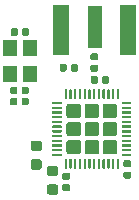
<source format=gbr>
%TF.GenerationSoftware,KiCad,Pcbnew,(5.1.2)-2*%
%TF.CreationDate,2021-03-02T00:01:01+01:00*%
%TF.ProjectId,NRF52_Basic,4e524635-325f-4426-9173-69632e6b6963,V1*%
%TF.SameCoordinates,Original*%
%TF.FileFunction,Paste,Top*%
%TF.FilePolarity,Positive*%
%FSLAX46Y46*%
G04 Gerber Fmt 4.6, Leading zero omitted, Abs format (unit mm)*
G04 Created by KiCad (PCBNEW (5.1.2)-2) date 2021-03-02 00:01:01*
%MOMM*%
%LPD*%
G04 APERTURE LIST*
%ADD10C,0.100000*%
%ADD11C,0.590000*%
%ADD12C,0.875000*%
%ADD13R,1.350000X4.200000*%
%ADD14R,1.270000X3.600000*%
%ADD15R,1.200000X1.400000*%
%ADD16C,1.240000*%
%ADD17C,0.200000*%
G04 APERTURE END LIST*
D10*
%TO.C,L1*%
G36*
X146760198Y-77018510D02*
G01*
X146774516Y-77020634D01*
X146788557Y-77024151D01*
X146802186Y-77029028D01*
X146815271Y-77035217D01*
X146827687Y-77042658D01*
X146839313Y-77051281D01*
X146850038Y-77061002D01*
X146859759Y-77071727D01*
X146868382Y-77083353D01*
X146875823Y-77095769D01*
X146882012Y-77108854D01*
X146886889Y-77122483D01*
X146890406Y-77136524D01*
X146892530Y-77150842D01*
X146893240Y-77165300D01*
X146893240Y-77460300D01*
X146892530Y-77474758D01*
X146890406Y-77489076D01*
X146886889Y-77503117D01*
X146882012Y-77516746D01*
X146875823Y-77529831D01*
X146868382Y-77542247D01*
X146859759Y-77553873D01*
X146850038Y-77564598D01*
X146839313Y-77574319D01*
X146827687Y-77582942D01*
X146815271Y-77590383D01*
X146802186Y-77596572D01*
X146788557Y-77601449D01*
X146774516Y-77604966D01*
X146760198Y-77607090D01*
X146745740Y-77607800D01*
X146400740Y-77607800D01*
X146386282Y-77607090D01*
X146371964Y-77604966D01*
X146357923Y-77601449D01*
X146344294Y-77596572D01*
X146331209Y-77590383D01*
X146318793Y-77582942D01*
X146307167Y-77574319D01*
X146296442Y-77564598D01*
X146286721Y-77553873D01*
X146278098Y-77542247D01*
X146270657Y-77529831D01*
X146264468Y-77516746D01*
X146259591Y-77503117D01*
X146256074Y-77489076D01*
X146253950Y-77474758D01*
X146253240Y-77460300D01*
X146253240Y-77165300D01*
X146253950Y-77150842D01*
X146256074Y-77136524D01*
X146259591Y-77122483D01*
X146264468Y-77108854D01*
X146270657Y-77095769D01*
X146278098Y-77083353D01*
X146286721Y-77071727D01*
X146296442Y-77061002D01*
X146307167Y-77051281D01*
X146318793Y-77042658D01*
X146331209Y-77035217D01*
X146344294Y-77029028D01*
X146357923Y-77024151D01*
X146371964Y-77020634D01*
X146386282Y-77018510D01*
X146400740Y-77017800D01*
X146745740Y-77017800D01*
X146760198Y-77018510D01*
X146760198Y-77018510D01*
G37*
D11*
X146573240Y-77312800D03*
D10*
G36*
X146760198Y-77988510D02*
G01*
X146774516Y-77990634D01*
X146788557Y-77994151D01*
X146802186Y-77999028D01*
X146815271Y-78005217D01*
X146827687Y-78012658D01*
X146839313Y-78021281D01*
X146850038Y-78031002D01*
X146859759Y-78041727D01*
X146868382Y-78053353D01*
X146875823Y-78065769D01*
X146882012Y-78078854D01*
X146886889Y-78092483D01*
X146890406Y-78106524D01*
X146892530Y-78120842D01*
X146893240Y-78135300D01*
X146893240Y-78430300D01*
X146892530Y-78444758D01*
X146890406Y-78459076D01*
X146886889Y-78473117D01*
X146882012Y-78486746D01*
X146875823Y-78499831D01*
X146868382Y-78512247D01*
X146859759Y-78523873D01*
X146850038Y-78534598D01*
X146839313Y-78544319D01*
X146827687Y-78552942D01*
X146815271Y-78560383D01*
X146802186Y-78566572D01*
X146788557Y-78571449D01*
X146774516Y-78574966D01*
X146760198Y-78577090D01*
X146745740Y-78577800D01*
X146400740Y-78577800D01*
X146386282Y-78577090D01*
X146371964Y-78574966D01*
X146357923Y-78571449D01*
X146344294Y-78566572D01*
X146331209Y-78560383D01*
X146318793Y-78552942D01*
X146307167Y-78544319D01*
X146296442Y-78534598D01*
X146286721Y-78523873D01*
X146278098Y-78512247D01*
X146270657Y-78499831D01*
X146264468Y-78486746D01*
X146259591Y-78473117D01*
X146256074Y-78459076D01*
X146253950Y-78444758D01*
X146253240Y-78430300D01*
X146253240Y-78135300D01*
X146253950Y-78120842D01*
X146256074Y-78106524D01*
X146259591Y-78092483D01*
X146264468Y-78078854D01*
X146270657Y-78065769D01*
X146278098Y-78053353D01*
X146286721Y-78041727D01*
X146296442Y-78031002D01*
X146307167Y-78021281D01*
X146318793Y-78012658D01*
X146331209Y-78005217D01*
X146344294Y-77999028D01*
X146357923Y-77994151D01*
X146371964Y-77990634D01*
X146386282Y-77988510D01*
X146400740Y-77987800D01*
X146745740Y-77987800D01*
X146760198Y-77988510D01*
X146760198Y-77988510D01*
G37*
D11*
X146573240Y-78282800D03*
%TD*%
D10*
%TO.C,C14*%
G36*
X139923198Y-79832950D02*
G01*
X139937516Y-79835074D01*
X139951557Y-79838591D01*
X139965186Y-79843468D01*
X139978271Y-79849657D01*
X139990687Y-79857098D01*
X140002313Y-79865721D01*
X140013038Y-79875442D01*
X140022759Y-79886167D01*
X140031382Y-79897793D01*
X140038823Y-79910209D01*
X140045012Y-79923294D01*
X140049889Y-79936923D01*
X140053406Y-79950964D01*
X140055530Y-79965282D01*
X140056240Y-79979740D01*
X140056240Y-80324740D01*
X140055530Y-80339198D01*
X140053406Y-80353516D01*
X140049889Y-80367557D01*
X140045012Y-80381186D01*
X140038823Y-80394271D01*
X140031382Y-80406687D01*
X140022759Y-80418313D01*
X140013038Y-80429038D01*
X140002313Y-80438759D01*
X139990687Y-80447382D01*
X139978271Y-80454823D01*
X139965186Y-80461012D01*
X139951557Y-80465889D01*
X139937516Y-80469406D01*
X139923198Y-80471530D01*
X139908740Y-80472240D01*
X139613740Y-80472240D01*
X139599282Y-80471530D01*
X139584964Y-80469406D01*
X139570923Y-80465889D01*
X139557294Y-80461012D01*
X139544209Y-80454823D01*
X139531793Y-80447382D01*
X139520167Y-80438759D01*
X139509442Y-80429038D01*
X139499721Y-80418313D01*
X139491098Y-80406687D01*
X139483657Y-80394271D01*
X139477468Y-80381186D01*
X139472591Y-80367557D01*
X139469074Y-80353516D01*
X139466950Y-80339198D01*
X139466240Y-80324740D01*
X139466240Y-79979740D01*
X139466950Y-79965282D01*
X139469074Y-79950964D01*
X139472591Y-79936923D01*
X139477468Y-79923294D01*
X139483657Y-79910209D01*
X139491098Y-79897793D01*
X139499721Y-79886167D01*
X139509442Y-79875442D01*
X139520167Y-79865721D01*
X139531793Y-79857098D01*
X139544209Y-79849657D01*
X139557294Y-79843468D01*
X139570923Y-79838591D01*
X139584964Y-79835074D01*
X139599282Y-79832950D01*
X139613740Y-79832240D01*
X139908740Y-79832240D01*
X139923198Y-79832950D01*
X139923198Y-79832950D01*
G37*
D11*
X139761240Y-80152240D03*
D10*
G36*
X140893198Y-79832950D02*
G01*
X140907516Y-79835074D01*
X140921557Y-79838591D01*
X140935186Y-79843468D01*
X140948271Y-79849657D01*
X140960687Y-79857098D01*
X140972313Y-79865721D01*
X140983038Y-79875442D01*
X140992759Y-79886167D01*
X141001382Y-79897793D01*
X141008823Y-79910209D01*
X141015012Y-79923294D01*
X141019889Y-79936923D01*
X141023406Y-79950964D01*
X141025530Y-79965282D01*
X141026240Y-79979740D01*
X141026240Y-80324740D01*
X141025530Y-80339198D01*
X141023406Y-80353516D01*
X141019889Y-80367557D01*
X141015012Y-80381186D01*
X141008823Y-80394271D01*
X141001382Y-80406687D01*
X140992759Y-80418313D01*
X140983038Y-80429038D01*
X140972313Y-80438759D01*
X140960687Y-80447382D01*
X140948271Y-80454823D01*
X140935186Y-80461012D01*
X140921557Y-80465889D01*
X140907516Y-80469406D01*
X140893198Y-80471530D01*
X140878740Y-80472240D01*
X140583740Y-80472240D01*
X140569282Y-80471530D01*
X140554964Y-80469406D01*
X140540923Y-80465889D01*
X140527294Y-80461012D01*
X140514209Y-80454823D01*
X140501793Y-80447382D01*
X140490167Y-80438759D01*
X140479442Y-80429038D01*
X140469721Y-80418313D01*
X140461098Y-80406687D01*
X140453657Y-80394271D01*
X140447468Y-80381186D01*
X140442591Y-80367557D01*
X140439074Y-80353516D01*
X140436950Y-80339198D01*
X140436240Y-80324740D01*
X140436240Y-79979740D01*
X140436950Y-79965282D01*
X140439074Y-79950964D01*
X140442591Y-79936923D01*
X140447468Y-79923294D01*
X140453657Y-79910209D01*
X140461098Y-79897793D01*
X140469721Y-79886167D01*
X140479442Y-79875442D01*
X140490167Y-79865721D01*
X140501793Y-79857098D01*
X140514209Y-79849657D01*
X140527294Y-79843468D01*
X140540923Y-79838591D01*
X140554964Y-79835074D01*
X140569282Y-79832950D01*
X140583740Y-79832240D01*
X140878740Y-79832240D01*
X140893198Y-79832950D01*
X140893198Y-79832950D01*
G37*
D11*
X140731240Y-80152240D03*
%TD*%
D10*
%TO.C,C9*%
G36*
X141933491Y-84404633D02*
G01*
X141954726Y-84407783D01*
X141975550Y-84412999D01*
X141995762Y-84420231D01*
X142015168Y-84429410D01*
X142033581Y-84440446D01*
X142050824Y-84453234D01*
X142066730Y-84467650D01*
X142081146Y-84483556D01*
X142093934Y-84500799D01*
X142104970Y-84519212D01*
X142114149Y-84538618D01*
X142121381Y-84558830D01*
X142126597Y-84579654D01*
X142129747Y-84600889D01*
X142130800Y-84622330D01*
X142130800Y-85059830D01*
X142129747Y-85081271D01*
X142126597Y-85102506D01*
X142121381Y-85123330D01*
X142114149Y-85143542D01*
X142104970Y-85162948D01*
X142093934Y-85181361D01*
X142081146Y-85198604D01*
X142066730Y-85214510D01*
X142050824Y-85228926D01*
X142033581Y-85241714D01*
X142015168Y-85252750D01*
X141995762Y-85261929D01*
X141975550Y-85269161D01*
X141954726Y-85274377D01*
X141933491Y-85277527D01*
X141912050Y-85278580D01*
X141399550Y-85278580D01*
X141378109Y-85277527D01*
X141356874Y-85274377D01*
X141336050Y-85269161D01*
X141315838Y-85261929D01*
X141296432Y-85252750D01*
X141278019Y-85241714D01*
X141260776Y-85228926D01*
X141244870Y-85214510D01*
X141230454Y-85198604D01*
X141217666Y-85181361D01*
X141206630Y-85162948D01*
X141197451Y-85143542D01*
X141190219Y-85123330D01*
X141185003Y-85102506D01*
X141181853Y-85081271D01*
X141180800Y-85059830D01*
X141180800Y-84622330D01*
X141181853Y-84600889D01*
X141185003Y-84579654D01*
X141190219Y-84558830D01*
X141197451Y-84538618D01*
X141206630Y-84519212D01*
X141217666Y-84500799D01*
X141230454Y-84483556D01*
X141244870Y-84467650D01*
X141260776Y-84453234D01*
X141278019Y-84440446D01*
X141296432Y-84429410D01*
X141315838Y-84420231D01*
X141336050Y-84412999D01*
X141356874Y-84407783D01*
X141378109Y-84404633D01*
X141399550Y-84403580D01*
X141912050Y-84403580D01*
X141933491Y-84404633D01*
X141933491Y-84404633D01*
G37*
D12*
X141655800Y-84841080D03*
D10*
G36*
X141933491Y-85979633D02*
G01*
X141954726Y-85982783D01*
X141975550Y-85987999D01*
X141995762Y-85995231D01*
X142015168Y-86004410D01*
X142033581Y-86015446D01*
X142050824Y-86028234D01*
X142066730Y-86042650D01*
X142081146Y-86058556D01*
X142093934Y-86075799D01*
X142104970Y-86094212D01*
X142114149Y-86113618D01*
X142121381Y-86133830D01*
X142126597Y-86154654D01*
X142129747Y-86175889D01*
X142130800Y-86197330D01*
X142130800Y-86634830D01*
X142129747Y-86656271D01*
X142126597Y-86677506D01*
X142121381Y-86698330D01*
X142114149Y-86718542D01*
X142104970Y-86737948D01*
X142093934Y-86756361D01*
X142081146Y-86773604D01*
X142066730Y-86789510D01*
X142050824Y-86803926D01*
X142033581Y-86816714D01*
X142015168Y-86827750D01*
X141995762Y-86836929D01*
X141975550Y-86844161D01*
X141954726Y-86849377D01*
X141933491Y-86852527D01*
X141912050Y-86853580D01*
X141399550Y-86853580D01*
X141378109Y-86852527D01*
X141356874Y-86849377D01*
X141336050Y-86844161D01*
X141315838Y-86836929D01*
X141296432Y-86827750D01*
X141278019Y-86816714D01*
X141260776Y-86803926D01*
X141244870Y-86789510D01*
X141230454Y-86773604D01*
X141217666Y-86756361D01*
X141206630Y-86737948D01*
X141197451Y-86718542D01*
X141190219Y-86698330D01*
X141185003Y-86677506D01*
X141181853Y-86656271D01*
X141180800Y-86634830D01*
X141180800Y-86197330D01*
X141181853Y-86175889D01*
X141185003Y-86154654D01*
X141190219Y-86133830D01*
X141197451Y-86113618D01*
X141206630Y-86094212D01*
X141217666Y-86075799D01*
X141230454Y-86058556D01*
X141244870Y-86042650D01*
X141260776Y-86028234D01*
X141278019Y-86015446D01*
X141296432Y-86004410D01*
X141315838Y-85995231D01*
X141336050Y-85987999D01*
X141356874Y-85982783D01*
X141378109Y-85979633D01*
X141399550Y-85978580D01*
X141912050Y-85978580D01*
X141933491Y-85979633D01*
X141933491Y-85979633D01*
G37*
D12*
X141655800Y-86416080D03*
%TD*%
D10*
%TO.C,C7*%
G36*
X145063878Y-77917790D02*
G01*
X145078196Y-77919914D01*
X145092237Y-77923431D01*
X145105866Y-77928308D01*
X145118951Y-77934497D01*
X145131367Y-77941938D01*
X145142993Y-77950561D01*
X145153718Y-77960282D01*
X145163439Y-77971007D01*
X145172062Y-77982633D01*
X145179503Y-77995049D01*
X145185692Y-78008134D01*
X145190569Y-78021763D01*
X145194086Y-78035804D01*
X145196210Y-78050122D01*
X145196920Y-78064580D01*
X145196920Y-78409580D01*
X145196210Y-78424038D01*
X145194086Y-78438356D01*
X145190569Y-78452397D01*
X145185692Y-78466026D01*
X145179503Y-78479111D01*
X145172062Y-78491527D01*
X145163439Y-78503153D01*
X145153718Y-78513878D01*
X145142993Y-78523599D01*
X145131367Y-78532222D01*
X145118951Y-78539663D01*
X145105866Y-78545852D01*
X145092237Y-78550729D01*
X145078196Y-78554246D01*
X145063878Y-78556370D01*
X145049420Y-78557080D01*
X144754420Y-78557080D01*
X144739962Y-78556370D01*
X144725644Y-78554246D01*
X144711603Y-78550729D01*
X144697974Y-78545852D01*
X144684889Y-78539663D01*
X144672473Y-78532222D01*
X144660847Y-78523599D01*
X144650122Y-78513878D01*
X144640401Y-78503153D01*
X144631778Y-78491527D01*
X144624337Y-78479111D01*
X144618148Y-78466026D01*
X144613271Y-78452397D01*
X144609754Y-78438356D01*
X144607630Y-78424038D01*
X144606920Y-78409580D01*
X144606920Y-78064580D01*
X144607630Y-78050122D01*
X144609754Y-78035804D01*
X144613271Y-78021763D01*
X144618148Y-78008134D01*
X144624337Y-77995049D01*
X144631778Y-77982633D01*
X144640401Y-77971007D01*
X144650122Y-77960282D01*
X144660847Y-77950561D01*
X144672473Y-77941938D01*
X144684889Y-77934497D01*
X144697974Y-77928308D01*
X144711603Y-77923431D01*
X144725644Y-77919914D01*
X144739962Y-77917790D01*
X144754420Y-77917080D01*
X145049420Y-77917080D01*
X145063878Y-77917790D01*
X145063878Y-77917790D01*
G37*
D11*
X144901920Y-78237080D03*
D10*
G36*
X144093878Y-77917790D02*
G01*
X144108196Y-77919914D01*
X144122237Y-77923431D01*
X144135866Y-77928308D01*
X144148951Y-77934497D01*
X144161367Y-77941938D01*
X144172993Y-77950561D01*
X144183718Y-77960282D01*
X144193439Y-77971007D01*
X144202062Y-77982633D01*
X144209503Y-77995049D01*
X144215692Y-78008134D01*
X144220569Y-78021763D01*
X144224086Y-78035804D01*
X144226210Y-78050122D01*
X144226920Y-78064580D01*
X144226920Y-78409580D01*
X144226210Y-78424038D01*
X144224086Y-78438356D01*
X144220569Y-78452397D01*
X144215692Y-78466026D01*
X144209503Y-78479111D01*
X144202062Y-78491527D01*
X144193439Y-78503153D01*
X144183718Y-78513878D01*
X144172993Y-78523599D01*
X144161367Y-78532222D01*
X144148951Y-78539663D01*
X144135866Y-78545852D01*
X144122237Y-78550729D01*
X144108196Y-78554246D01*
X144093878Y-78556370D01*
X144079420Y-78557080D01*
X143784420Y-78557080D01*
X143769962Y-78556370D01*
X143755644Y-78554246D01*
X143741603Y-78550729D01*
X143727974Y-78545852D01*
X143714889Y-78539663D01*
X143702473Y-78532222D01*
X143690847Y-78523599D01*
X143680122Y-78513878D01*
X143670401Y-78503153D01*
X143661778Y-78491527D01*
X143654337Y-78479111D01*
X143648148Y-78466026D01*
X143643271Y-78452397D01*
X143639754Y-78438356D01*
X143637630Y-78424038D01*
X143636920Y-78409580D01*
X143636920Y-78064580D01*
X143637630Y-78050122D01*
X143639754Y-78035804D01*
X143643271Y-78021763D01*
X143648148Y-78008134D01*
X143654337Y-77995049D01*
X143661778Y-77982633D01*
X143670401Y-77971007D01*
X143680122Y-77960282D01*
X143690847Y-77950561D01*
X143702473Y-77941938D01*
X143714889Y-77934497D01*
X143727974Y-77928308D01*
X143741603Y-77923431D01*
X143755644Y-77919914D01*
X143769962Y-77917790D01*
X143784420Y-77917080D01*
X144079420Y-77917080D01*
X144093878Y-77917790D01*
X144093878Y-77917790D01*
G37*
D11*
X143931920Y-78237080D03*
%TD*%
D10*
%TO.C,C5*%
G36*
X140877678Y-80777830D02*
G01*
X140891996Y-80779954D01*
X140906037Y-80783471D01*
X140919666Y-80788348D01*
X140932751Y-80794537D01*
X140945167Y-80801978D01*
X140956793Y-80810601D01*
X140967518Y-80820322D01*
X140977239Y-80831047D01*
X140985862Y-80842673D01*
X140993303Y-80855089D01*
X140999492Y-80868174D01*
X141004369Y-80881803D01*
X141007886Y-80895844D01*
X141010010Y-80910162D01*
X141010720Y-80924620D01*
X141010720Y-81269620D01*
X141010010Y-81284078D01*
X141007886Y-81298396D01*
X141004369Y-81312437D01*
X140999492Y-81326066D01*
X140993303Y-81339151D01*
X140985862Y-81351567D01*
X140977239Y-81363193D01*
X140967518Y-81373918D01*
X140956793Y-81383639D01*
X140945167Y-81392262D01*
X140932751Y-81399703D01*
X140919666Y-81405892D01*
X140906037Y-81410769D01*
X140891996Y-81414286D01*
X140877678Y-81416410D01*
X140863220Y-81417120D01*
X140568220Y-81417120D01*
X140553762Y-81416410D01*
X140539444Y-81414286D01*
X140525403Y-81410769D01*
X140511774Y-81405892D01*
X140498689Y-81399703D01*
X140486273Y-81392262D01*
X140474647Y-81383639D01*
X140463922Y-81373918D01*
X140454201Y-81363193D01*
X140445578Y-81351567D01*
X140438137Y-81339151D01*
X140431948Y-81326066D01*
X140427071Y-81312437D01*
X140423554Y-81298396D01*
X140421430Y-81284078D01*
X140420720Y-81269620D01*
X140420720Y-80924620D01*
X140421430Y-80910162D01*
X140423554Y-80895844D01*
X140427071Y-80881803D01*
X140431948Y-80868174D01*
X140438137Y-80855089D01*
X140445578Y-80842673D01*
X140454201Y-80831047D01*
X140463922Y-80820322D01*
X140474647Y-80810601D01*
X140486273Y-80801978D01*
X140498689Y-80794537D01*
X140511774Y-80788348D01*
X140525403Y-80783471D01*
X140539444Y-80779954D01*
X140553762Y-80777830D01*
X140568220Y-80777120D01*
X140863220Y-80777120D01*
X140877678Y-80777830D01*
X140877678Y-80777830D01*
G37*
D11*
X140715720Y-81097120D03*
D10*
G36*
X139907678Y-80777830D02*
G01*
X139921996Y-80779954D01*
X139936037Y-80783471D01*
X139949666Y-80788348D01*
X139962751Y-80794537D01*
X139975167Y-80801978D01*
X139986793Y-80810601D01*
X139997518Y-80820322D01*
X140007239Y-80831047D01*
X140015862Y-80842673D01*
X140023303Y-80855089D01*
X140029492Y-80868174D01*
X140034369Y-80881803D01*
X140037886Y-80895844D01*
X140040010Y-80910162D01*
X140040720Y-80924620D01*
X140040720Y-81269620D01*
X140040010Y-81284078D01*
X140037886Y-81298396D01*
X140034369Y-81312437D01*
X140029492Y-81326066D01*
X140023303Y-81339151D01*
X140015862Y-81351567D01*
X140007239Y-81363193D01*
X139997518Y-81373918D01*
X139986793Y-81383639D01*
X139975167Y-81392262D01*
X139962751Y-81399703D01*
X139949666Y-81405892D01*
X139936037Y-81410769D01*
X139921996Y-81414286D01*
X139907678Y-81416410D01*
X139893220Y-81417120D01*
X139598220Y-81417120D01*
X139583762Y-81416410D01*
X139569444Y-81414286D01*
X139555403Y-81410769D01*
X139541774Y-81405892D01*
X139528689Y-81399703D01*
X139516273Y-81392262D01*
X139504647Y-81383639D01*
X139493922Y-81373918D01*
X139484201Y-81363193D01*
X139475578Y-81351567D01*
X139468137Y-81339151D01*
X139461948Y-81326066D01*
X139457071Y-81312437D01*
X139453554Y-81298396D01*
X139451430Y-81284078D01*
X139450720Y-81269620D01*
X139450720Y-80924620D01*
X139451430Y-80910162D01*
X139453554Y-80895844D01*
X139457071Y-80881803D01*
X139461948Y-80868174D01*
X139468137Y-80855089D01*
X139475578Y-80842673D01*
X139484201Y-80831047D01*
X139493922Y-80820322D01*
X139504647Y-80810601D01*
X139516273Y-80801978D01*
X139528689Y-80794537D01*
X139541774Y-80788348D01*
X139555403Y-80783471D01*
X139569444Y-80779954D01*
X139583762Y-80777830D01*
X139598220Y-80777120D01*
X139893220Y-80777120D01*
X139907678Y-80777830D01*
X139907678Y-80777830D01*
G37*
D11*
X139745720Y-81097120D03*
%TD*%
D10*
%TO.C,C4*%
G36*
X149554198Y-86060910D02*
G01*
X149568516Y-86063034D01*
X149582557Y-86066551D01*
X149596186Y-86071428D01*
X149609271Y-86077617D01*
X149621687Y-86085058D01*
X149633313Y-86093681D01*
X149644038Y-86103402D01*
X149653759Y-86114127D01*
X149662382Y-86125753D01*
X149669823Y-86138169D01*
X149676012Y-86151254D01*
X149680889Y-86164883D01*
X149684406Y-86178924D01*
X149686530Y-86193242D01*
X149687240Y-86207700D01*
X149687240Y-86502700D01*
X149686530Y-86517158D01*
X149684406Y-86531476D01*
X149680889Y-86545517D01*
X149676012Y-86559146D01*
X149669823Y-86572231D01*
X149662382Y-86584647D01*
X149653759Y-86596273D01*
X149644038Y-86606998D01*
X149633313Y-86616719D01*
X149621687Y-86625342D01*
X149609271Y-86632783D01*
X149596186Y-86638972D01*
X149582557Y-86643849D01*
X149568516Y-86647366D01*
X149554198Y-86649490D01*
X149539740Y-86650200D01*
X149194740Y-86650200D01*
X149180282Y-86649490D01*
X149165964Y-86647366D01*
X149151923Y-86643849D01*
X149138294Y-86638972D01*
X149125209Y-86632783D01*
X149112793Y-86625342D01*
X149101167Y-86616719D01*
X149090442Y-86606998D01*
X149080721Y-86596273D01*
X149072098Y-86584647D01*
X149064657Y-86572231D01*
X149058468Y-86559146D01*
X149053591Y-86545517D01*
X149050074Y-86531476D01*
X149047950Y-86517158D01*
X149047240Y-86502700D01*
X149047240Y-86207700D01*
X149047950Y-86193242D01*
X149050074Y-86178924D01*
X149053591Y-86164883D01*
X149058468Y-86151254D01*
X149064657Y-86138169D01*
X149072098Y-86125753D01*
X149080721Y-86114127D01*
X149090442Y-86103402D01*
X149101167Y-86093681D01*
X149112793Y-86085058D01*
X149125209Y-86077617D01*
X149138294Y-86071428D01*
X149151923Y-86066551D01*
X149165964Y-86063034D01*
X149180282Y-86060910D01*
X149194740Y-86060200D01*
X149539740Y-86060200D01*
X149554198Y-86060910D01*
X149554198Y-86060910D01*
G37*
D11*
X149367240Y-86355200D03*
D10*
G36*
X149554198Y-87030910D02*
G01*
X149568516Y-87033034D01*
X149582557Y-87036551D01*
X149596186Y-87041428D01*
X149609271Y-87047617D01*
X149621687Y-87055058D01*
X149633313Y-87063681D01*
X149644038Y-87073402D01*
X149653759Y-87084127D01*
X149662382Y-87095753D01*
X149669823Y-87108169D01*
X149676012Y-87121254D01*
X149680889Y-87134883D01*
X149684406Y-87148924D01*
X149686530Y-87163242D01*
X149687240Y-87177700D01*
X149687240Y-87472700D01*
X149686530Y-87487158D01*
X149684406Y-87501476D01*
X149680889Y-87515517D01*
X149676012Y-87529146D01*
X149669823Y-87542231D01*
X149662382Y-87554647D01*
X149653759Y-87566273D01*
X149644038Y-87576998D01*
X149633313Y-87586719D01*
X149621687Y-87595342D01*
X149609271Y-87602783D01*
X149596186Y-87608972D01*
X149582557Y-87613849D01*
X149568516Y-87617366D01*
X149554198Y-87619490D01*
X149539740Y-87620200D01*
X149194740Y-87620200D01*
X149180282Y-87619490D01*
X149165964Y-87617366D01*
X149151923Y-87613849D01*
X149138294Y-87608972D01*
X149125209Y-87602783D01*
X149112793Y-87595342D01*
X149101167Y-87586719D01*
X149090442Y-87576998D01*
X149080721Y-87566273D01*
X149072098Y-87554647D01*
X149064657Y-87542231D01*
X149058468Y-87529146D01*
X149053591Y-87515517D01*
X149050074Y-87501476D01*
X149047950Y-87487158D01*
X149047240Y-87472700D01*
X149047240Y-87177700D01*
X149047950Y-87163242D01*
X149050074Y-87148924D01*
X149053591Y-87134883D01*
X149058468Y-87121254D01*
X149064657Y-87108169D01*
X149072098Y-87095753D01*
X149080721Y-87084127D01*
X149090442Y-87073402D01*
X149101167Y-87063681D01*
X149112793Y-87055058D01*
X149125209Y-87047617D01*
X149138294Y-87041428D01*
X149151923Y-87036551D01*
X149165964Y-87033034D01*
X149180282Y-87030910D01*
X149194740Y-87030200D01*
X149539740Y-87030200D01*
X149554198Y-87030910D01*
X149554198Y-87030910D01*
G37*
D11*
X149367240Y-87325200D03*
%TD*%
D10*
%TO.C,C3*%
G36*
X146725038Y-78943950D02*
G01*
X146739356Y-78946074D01*
X146753397Y-78949591D01*
X146767026Y-78954468D01*
X146780111Y-78960657D01*
X146792527Y-78968098D01*
X146804153Y-78976721D01*
X146814878Y-78986442D01*
X146824599Y-78997167D01*
X146833222Y-79008793D01*
X146840663Y-79021209D01*
X146846852Y-79034294D01*
X146851729Y-79047923D01*
X146855246Y-79061964D01*
X146857370Y-79076282D01*
X146858080Y-79090740D01*
X146858080Y-79435740D01*
X146857370Y-79450198D01*
X146855246Y-79464516D01*
X146851729Y-79478557D01*
X146846852Y-79492186D01*
X146840663Y-79505271D01*
X146833222Y-79517687D01*
X146824599Y-79529313D01*
X146814878Y-79540038D01*
X146804153Y-79549759D01*
X146792527Y-79558382D01*
X146780111Y-79565823D01*
X146767026Y-79572012D01*
X146753397Y-79576889D01*
X146739356Y-79580406D01*
X146725038Y-79582530D01*
X146710580Y-79583240D01*
X146415580Y-79583240D01*
X146401122Y-79582530D01*
X146386804Y-79580406D01*
X146372763Y-79576889D01*
X146359134Y-79572012D01*
X146346049Y-79565823D01*
X146333633Y-79558382D01*
X146322007Y-79549759D01*
X146311282Y-79540038D01*
X146301561Y-79529313D01*
X146292938Y-79517687D01*
X146285497Y-79505271D01*
X146279308Y-79492186D01*
X146274431Y-79478557D01*
X146270914Y-79464516D01*
X146268790Y-79450198D01*
X146268080Y-79435740D01*
X146268080Y-79090740D01*
X146268790Y-79076282D01*
X146270914Y-79061964D01*
X146274431Y-79047923D01*
X146279308Y-79034294D01*
X146285497Y-79021209D01*
X146292938Y-79008793D01*
X146301561Y-78997167D01*
X146311282Y-78986442D01*
X146322007Y-78976721D01*
X146333633Y-78968098D01*
X146346049Y-78960657D01*
X146359134Y-78954468D01*
X146372763Y-78949591D01*
X146386804Y-78946074D01*
X146401122Y-78943950D01*
X146415580Y-78943240D01*
X146710580Y-78943240D01*
X146725038Y-78943950D01*
X146725038Y-78943950D01*
G37*
D11*
X146563080Y-79263240D03*
D10*
G36*
X147695038Y-78943950D02*
G01*
X147709356Y-78946074D01*
X147723397Y-78949591D01*
X147737026Y-78954468D01*
X147750111Y-78960657D01*
X147762527Y-78968098D01*
X147774153Y-78976721D01*
X147784878Y-78986442D01*
X147794599Y-78997167D01*
X147803222Y-79008793D01*
X147810663Y-79021209D01*
X147816852Y-79034294D01*
X147821729Y-79047923D01*
X147825246Y-79061964D01*
X147827370Y-79076282D01*
X147828080Y-79090740D01*
X147828080Y-79435740D01*
X147827370Y-79450198D01*
X147825246Y-79464516D01*
X147821729Y-79478557D01*
X147816852Y-79492186D01*
X147810663Y-79505271D01*
X147803222Y-79517687D01*
X147794599Y-79529313D01*
X147784878Y-79540038D01*
X147774153Y-79549759D01*
X147762527Y-79558382D01*
X147750111Y-79565823D01*
X147737026Y-79572012D01*
X147723397Y-79576889D01*
X147709356Y-79580406D01*
X147695038Y-79582530D01*
X147680580Y-79583240D01*
X147385580Y-79583240D01*
X147371122Y-79582530D01*
X147356804Y-79580406D01*
X147342763Y-79576889D01*
X147329134Y-79572012D01*
X147316049Y-79565823D01*
X147303633Y-79558382D01*
X147292007Y-79549759D01*
X147281282Y-79540038D01*
X147271561Y-79529313D01*
X147262938Y-79517687D01*
X147255497Y-79505271D01*
X147249308Y-79492186D01*
X147244431Y-79478557D01*
X147240914Y-79464516D01*
X147238790Y-79450198D01*
X147238080Y-79435740D01*
X147238080Y-79090740D01*
X147238790Y-79076282D01*
X147240914Y-79061964D01*
X147244431Y-79047923D01*
X147249308Y-79034294D01*
X147255497Y-79021209D01*
X147262938Y-79008793D01*
X147271561Y-78997167D01*
X147281282Y-78986442D01*
X147292007Y-78976721D01*
X147303633Y-78968098D01*
X147316049Y-78960657D01*
X147329134Y-78954468D01*
X147342763Y-78949591D01*
X147356804Y-78946074D01*
X147371122Y-78943950D01*
X147385580Y-78943240D01*
X147680580Y-78943240D01*
X147695038Y-78943950D01*
X147695038Y-78943950D01*
G37*
D11*
X147533080Y-79263240D03*
%TD*%
D10*
%TO.C,C2*%
G36*
X140923678Y-74895190D02*
G01*
X140937996Y-74897314D01*
X140952037Y-74900831D01*
X140965666Y-74905708D01*
X140978751Y-74911897D01*
X140991167Y-74919338D01*
X141002793Y-74927961D01*
X141013518Y-74937682D01*
X141023239Y-74948407D01*
X141031862Y-74960033D01*
X141039303Y-74972449D01*
X141045492Y-74985534D01*
X141050369Y-74999163D01*
X141053886Y-75013204D01*
X141056010Y-75027522D01*
X141056720Y-75041980D01*
X141056720Y-75386980D01*
X141056010Y-75401438D01*
X141053886Y-75415756D01*
X141050369Y-75429797D01*
X141045492Y-75443426D01*
X141039303Y-75456511D01*
X141031862Y-75468927D01*
X141023239Y-75480553D01*
X141013518Y-75491278D01*
X141002793Y-75500999D01*
X140991167Y-75509622D01*
X140978751Y-75517063D01*
X140965666Y-75523252D01*
X140952037Y-75528129D01*
X140937996Y-75531646D01*
X140923678Y-75533770D01*
X140909220Y-75534480D01*
X140614220Y-75534480D01*
X140599762Y-75533770D01*
X140585444Y-75531646D01*
X140571403Y-75528129D01*
X140557774Y-75523252D01*
X140544689Y-75517063D01*
X140532273Y-75509622D01*
X140520647Y-75500999D01*
X140509922Y-75491278D01*
X140500201Y-75480553D01*
X140491578Y-75468927D01*
X140484137Y-75456511D01*
X140477948Y-75443426D01*
X140473071Y-75429797D01*
X140469554Y-75415756D01*
X140467430Y-75401438D01*
X140466720Y-75386980D01*
X140466720Y-75041980D01*
X140467430Y-75027522D01*
X140469554Y-75013204D01*
X140473071Y-74999163D01*
X140477948Y-74985534D01*
X140484137Y-74972449D01*
X140491578Y-74960033D01*
X140500201Y-74948407D01*
X140509922Y-74937682D01*
X140520647Y-74927961D01*
X140532273Y-74919338D01*
X140544689Y-74911897D01*
X140557774Y-74905708D01*
X140571403Y-74900831D01*
X140585444Y-74897314D01*
X140599762Y-74895190D01*
X140614220Y-74894480D01*
X140909220Y-74894480D01*
X140923678Y-74895190D01*
X140923678Y-74895190D01*
G37*
D11*
X140761720Y-75214480D03*
D10*
G36*
X139953678Y-74895190D02*
G01*
X139967996Y-74897314D01*
X139982037Y-74900831D01*
X139995666Y-74905708D01*
X140008751Y-74911897D01*
X140021167Y-74919338D01*
X140032793Y-74927961D01*
X140043518Y-74937682D01*
X140053239Y-74948407D01*
X140061862Y-74960033D01*
X140069303Y-74972449D01*
X140075492Y-74985534D01*
X140080369Y-74999163D01*
X140083886Y-75013204D01*
X140086010Y-75027522D01*
X140086720Y-75041980D01*
X140086720Y-75386980D01*
X140086010Y-75401438D01*
X140083886Y-75415756D01*
X140080369Y-75429797D01*
X140075492Y-75443426D01*
X140069303Y-75456511D01*
X140061862Y-75468927D01*
X140053239Y-75480553D01*
X140043518Y-75491278D01*
X140032793Y-75500999D01*
X140021167Y-75509622D01*
X140008751Y-75517063D01*
X139995666Y-75523252D01*
X139982037Y-75528129D01*
X139967996Y-75531646D01*
X139953678Y-75533770D01*
X139939220Y-75534480D01*
X139644220Y-75534480D01*
X139629762Y-75533770D01*
X139615444Y-75531646D01*
X139601403Y-75528129D01*
X139587774Y-75523252D01*
X139574689Y-75517063D01*
X139562273Y-75509622D01*
X139550647Y-75500999D01*
X139539922Y-75491278D01*
X139530201Y-75480553D01*
X139521578Y-75468927D01*
X139514137Y-75456511D01*
X139507948Y-75443426D01*
X139503071Y-75429797D01*
X139499554Y-75415756D01*
X139497430Y-75401438D01*
X139496720Y-75386980D01*
X139496720Y-75041980D01*
X139497430Y-75027522D01*
X139499554Y-75013204D01*
X139503071Y-74999163D01*
X139507948Y-74985534D01*
X139514137Y-74972449D01*
X139521578Y-74960033D01*
X139530201Y-74948407D01*
X139539922Y-74937682D01*
X139550647Y-74927961D01*
X139562273Y-74919338D01*
X139574689Y-74911897D01*
X139587774Y-74905708D01*
X139601403Y-74900831D01*
X139615444Y-74897314D01*
X139629762Y-74895190D01*
X139644220Y-74894480D01*
X139939220Y-74894480D01*
X139953678Y-74895190D01*
X139953678Y-74895190D01*
G37*
D11*
X139791720Y-75214480D03*
%TD*%
D10*
%TO.C,C1*%
G36*
X144382758Y-87114870D02*
G01*
X144397076Y-87116994D01*
X144411117Y-87120511D01*
X144424746Y-87125388D01*
X144437831Y-87131577D01*
X144450247Y-87139018D01*
X144461873Y-87147641D01*
X144472598Y-87157362D01*
X144482319Y-87168087D01*
X144490942Y-87179713D01*
X144498383Y-87192129D01*
X144504572Y-87205214D01*
X144509449Y-87218843D01*
X144512966Y-87232884D01*
X144515090Y-87247202D01*
X144515800Y-87261660D01*
X144515800Y-87556660D01*
X144515090Y-87571118D01*
X144512966Y-87585436D01*
X144509449Y-87599477D01*
X144504572Y-87613106D01*
X144498383Y-87626191D01*
X144490942Y-87638607D01*
X144482319Y-87650233D01*
X144472598Y-87660958D01*
X144461873Y-87670679D01*
X144450247Y-87679302D01*
X144437831Y-87686743D01*
X144424746Y-87692932D01*
X144411117Y-87697809D01*
X144397076Y-87701326D01*
X144382758Y-87703450D01*
X144368300Y-87704160D01*
X144023300Y-87704160D01*
X144008842Y-87703450D01*
X143994524Y-87701326D01*
X143980483Y-87697809D01*
X143966854Y-87692932D01*
X143953769Y-87686743D01*
X143941353Y-87679302D01*
X143929727Y-87670679D01*
X143919002Y-87660958D01*
X143909281Y-87650233D01*
X143900658Y-87638607D01*
X143893217Y-87626191D01*
X143887028Y-87613106D01*
X143882151Y-87599477D01*
X143878634Y-87585436D01*
X143876510Y-87571118D01*
X143875800Y-87556660D01*
X143875800Y-87261660D01*
X143876510Y-87247202D01*
X143878634Y-87232884D01*
X143882151Y-87218843D01*
X143887028Y-87205214D01*
X143893217Y-87192129D01*
X143900658Y-87179713D01*
X143909281Y-87168087D01*
X143919002Y-87157362D01*
X143929727Y-87147641D01*
X143941353Y-87139018D01*
X143953769Y-87131577D01*
X143966854Y-87125388D01*
X143980483Y-87120511D01*
X143994524Y-87116994D01*
X144008842Y-87114870D01*
X144023300Y-87114160D01*
X144368300Y-87114160D01*
X144382758Y-87114870D01*
X144382758Y-87114870D01*
G37*
D11*
X144195800Y-87409160D03*
D10*
G36*
X144382758Y-88084870D02*
G01*
X144397076Y-88086994D01*
X144411117Y-88090511D01*
X144424746Y-88095388D01*
X144437831Y-88101577D01*
X144450247Y-88109018D01*
X144461873Y-88117641D01*
X144472598Y-88127362D01*
X144482319Y-88138087D01*
X144490942Y-88149713D01*
X144498383Y-88162129D01*
X144504572Y-88175214D01*
X144509449Y-88188843D01*
X144512966Y-88202884D01*
X144515090Y-88217202D01*
X144515800Y-88231660D01*
X144515800Y-88526660D01*
X144515090Y-88541118D01*
X144512966Y-88555436D01*
X144509449Y-88569477D01*
X144504572Y-88583106D01*
X144498383Y-88596191D01*
X144490942Y-88608607D01*
X144482319Y-88620233D01*
X144472598Y-88630958D01*
X144461873Y-88640679D01*
X144450247Y-88649302D01*
X144437831Y-88656743D01*
X144424746Y-88662932D01*
X144411117Y-88667809D01*
X144397076Y-88671326D01*
X144382758Y-88673450D01*
X144368300Y-88674160D01*
X144023300Y-88674160D01*
X144008842Y-88673450D01*
X143994524Y-88671326D01*
X143980483Y-88667809D01*
X143966854Y-88662932D01*
X143953769Y-88656743D01*
X143941353Y-88649302D01*
X143929727Y-88640679D01*
X143919002Y-88630958D01*
X143909281Y-88620233D01*
X143900658Y-88608607D01*
X143893217Y-88596191D01*
X143887028Y-88583106D01*
X143882151Y-88569477D01*
X143878634Y-88555436D01*
X143876510Y-88541118D01*
X143875800Y-88526660D01*
X143875800Y-88231660D01*
X143876510Y-88217202D01*
X143878634Y-88202884D01*
X143882151Y-88188843D01*
X143887028Y-88175214D01*
X143893217Y-88162129D01*
X143900658Y-88149713D01*
X143909281Y-88138087D01*
X143919002Y-88127362D01*
X143929727Y-88117641D01*
X143941353Y-88109018D01*
X143953769Y-88101577D01*
X143966854Y-88095388D01*
X143980483Y-88090511D01*
X143994524Y-88086994D01*
X144008842Y-88084870D01*
X144023300Y-88084160D01*
X144368300Y-88084160D01*
X144382758Y-88084870D01*
X144382758Y-88084870D01*
G37*
D11*
X144195800Y-88379160D03*
%TD*%
D13*
%TO.C,J4*%
X149429240Y-75016360D03*
X143779240Y-75016360D03*
D14*
X146604240Y-74816360D03*
%TD*%
D15*
%TO.C,Y1*%
X141174840Y-76563040D03*
X141174840Y-78763040D03*
X139474840Y-78763040D03*
X139474840Y-76563040D03*
%TD*%
D10*
%TO.C,C8*%
G36*
X143320331Y-88103073D02*
G01*
X143341566Y-88106223D01*
X143362390Y-88111439D01*
X143382602Y-88118671D01*
X143402008Y-88127850D01*
X143420421Y-88138886D01*
X143437664Y-88151674D01*
X143453570Y-88166090D01*
X143467986Y-88181996D01*
X143480774Y-88199239D01*
X143491810Y-88217652D01*
X143500989Y-88237058D01*
X143508221Y-88257270D01*
X143513437Y-88278094D01*
X143516587Y-88299329D01*
X143517640Y-88320770D01*
X143517640Y-88758270D01*
X143516587Y-88779711D01*
X143513437Y-88800946D01*
X143508221Y-88821770D01*
X143500989Y-88841982D01*
X143491810Y-88861388D01*
X143480774Y-88879801D01*
X143467986Y-88897044D01*
X143453570Y-88912950D01*
X143437664Y-88927366D01*
X143420421Y-88940154D01*
X143402008Y-88951190D01*
X143382602Y-88960369D01*
X143362390Y-88967601D01*
X143341566Y-88972817D01*
X143320331Y-88975967D01*
X143298890Y-88977020D01*
X142786390Y-88977020D01*
X142764949Y-88975967D01*
X142743714Y-88972817D01*
X142722890Y-88967601D01*
X142702678Y-88960369D01*
X142683272Y-88951190D01*
X142664859Y-88940154D01*
X142647616Y-88927366D01*
X142631710Y-88912950D01*
X142617294Y-88897044D01*
X142604506Y-88879801D01*
X142593470Y-88861388D01*
X142584291Y-88841982D01*
X142577059Y-88821770D01*
X142571843Y-88800946D01*
X142568693Y-88779711D01*
X142567640Y-88758270D01*
X142567640Y-88320770D01*
X142568693Y-88299329D01*
X142571843Y-88278094D01*
X142577059Y-88257270D01*
X142584291Y-88237058D01*
X142593470Y-88217652D01*
X142604506Y-88199239D01*
X142617294Y-88181996D01*
X142631710Y-88166090D01*
X142647616Y-88151674D01*
X142664859Y-88138886D01*
X142683272Y-88127850D01*
X142702678Y-88118671D01*
X142722890Y-88111439D01*
X142743714Y-88106223D01*
X142764949Y-88103073D01*
X142786390Y-88102020D01*
X143298890Y-88102020D01*
X143320331Y-88103073D01*
X143320331Y-88103073D01*
G37*
D12*
X143042640Y-88539520D03*
D10*
G36*
X143320331Y-86528073D02*
G01*
X143341566Y-86531223D01*
X143362390Y-86536439D01*
X143382602Y-86543671D01*
X143402008Y-86552850D01*
X143420421Y-86563886D01*
X143437664Y-86576674D01*
X143453570Y-86591090D01*
X143467986Y-86606996D01*
X143480774Y-86624239D01*
X143491810Y-86642652D01*
X143500989Y-86662058D01*
X143508221Y-86682270D01*
X143513437Y-86703094D01*
X143516587Y-86724329D01*
X143517640Y-86745770D01*
X143517640Y-87183270D01*
X143516587Y-87204711D01*
X143513437Y-87225946D01*
X143508221Y-87246770D01*
X143500989Y-87266982D01*
X143491810Y-87286388D01*
X143480774Y-87304801D01*
X143467986Y-87322044D01*
X143453570Y-87337950D01*
X143437664Y-87352366D01*
X143420421Y-87365154D01*
X143402008Y-87376190D01*
X143382602Y-87385369D01*
X143362390Y-87392601D01*
X143341566Y-87397817D01*
X143320331Y-87400967D01*
X143298890Y-87402020D01*
X142786390Y-87402020D01*
X142764949Y-87400967D01*
X142743714Y-87397817D01*
X142722890Y-87392601D01*
X142702678Y-87385369D01*
X142683272Y-87376190D01*
X142664859Y-87365154D01*
X142647616Y-87352366D01*
X142631710Y-87337950D01*
X142617294Y-87322044D01*
X142604506Y-87304801D01*
X142593470Y-87286388D01*
X142584291Y-87266982D01*
X142577059Y-87246770D01*
X142571843Y-87225946D01*
X142568693Y-87204711D01*
X142567640Y-87183270D01*
X142567640Y-86745770D01*
X142568693Y-86724329D01*
X142571843Y-86703094D01*
X142577059Y-86682270D01*
X142584291Y-86662058D01*
X142593470Y-86642652D01*
X142604506Y-86624239D01*
X142617294Y-86606996D01*
X142631710Y-86591090D01*
X142647616Y-86576674D01*
X142664859Y-86563886D01*
X142683272Y-86552850D01*
X142702678Y-86543671D01*
X142722890Y-86536439D01*
X142743714Y-86531223D01*
X142764949Y-86528073D01*
X142786390Y-86527020D01*
X143298890Y-86527020D01*
X143320331Y-86528073D01*
X143320331Y-86528073D01*
G37*
D12*
X143042640Y-86964520D03*
%TD*%
D10*
%TO.C,U1*%
G36*
X145234544Y-84329884D02*
G01*
X145258813Y-84333484D01*
X145282611Y-84339445D01*
X145305711Y-84347710D01*
X145327889Y-84358200D01*
X145348933Y-84370813D01*
X145368638Y-84385427D01*
X145386817Y-84401903D01*
X145403293Y-84420082D01*
X145417907Y-84439787D01*
X145430520Y-84460831D01*
X145441010Y-84483009D01*
X145449275Y-84506109D01*
X145455236Y-84529907D01*
X145458836Y-84554176D01*
X145460040Y-84578680D01*
X145460040Y-85318680D01*
X145458836Y-85343184D01*
X145455236Y-85367453D01*
X145449275Y-85391251D01*
X145441010Y-85414351D01*
X145430520Y-85436529D01*
X145417907Y-85457573D01*
X145403293Y-85477278D01*
X145386817Y-85495457D01*
X145368638Y-85511933D01*
X145348933Y-85526547D01*
X145327889Y-85539160D01*
X145305711Y-85549650D01*
X145282611Y-85557915D01*
X145258813Y-85563876D01*
X145234544Y-85567476D01*
X145210040Y-85568680D01*
X144470040Y-85568680D01*
X144445536Y-85567476D01*
X144421267Y-85563876D01*
X144397469Y-85557915D01*
X144374369Y-85549650D01*
X144352191Y-85539160D01*
X144331147Y-85526547D01*
X144311442Y-85511933D01*
X144293263Y-85495457D01*
X144276787Y-85477278D01*
X144262173Y-85457573D01*
X144249560Y-85436529D01*
X144239070Y-85414351D01*
X144230805Y-85391251D01*
X144224844Y-85367453D01*
X144221244Y-85343184D01*
X144220040Y-85318680D01*
X144220040Y-84578680D01*
X144221244Y-84554176D01*
X144224844Y-84529907D01*
X144230805Y-84506109D01*
X144239070Y-84483009D01*
X144249560Y-84460831D01*
X144262173Y-84439787D01*
X144276787Y-84420082D01*
X144293263Y-84401903D01*
X144311442Y-84385427D01*
X144331147Y-84370813D01*
X144352191Y-84358200D01*
X144374369Y-84347710D01*
X144397469Y-84339445D01*
X144421267Y-84333484D01*
X144445536Y-84329884D01*
X144470040Y-84328680D01*
X145210040Y-84328680D01*
X145234544Y-84329884D01*
X145234544Y-84329884D01*
G37*
D16*
X144840040Y-84948680D03*
D10*
G36*
X146764544Y-84329884D02*
G01*
X146788813Y-84333484D01*
X146812611Y-84339445D01*
X146835711Y-84347710D01*
X146857889Y-84358200D01*
X146878933Y-84370813D01*
X146898638Y-84385427D01*
X146916817Y-84401903D01*
X146933293Y-84420082D01*
X146947907Y-84439787D01*
X146960520Y-84460831D01*
X146971010Y-84483009D01*
X146979275Y-84506109D01*
X146985236Y-84529907D01*
X146988836Y-84554176D01*
X146990040Y-84578680D01*
X146990040Y-85318680D01*
X146988836Y-85343184D01*
X146985236Y-85367453D01*
X146979275Y-85391251D01*
X146971010Y-85414351D01*
X146960520Y-85436529D01*
X146947907Y-85457573D01*
X146933293Y-85477278D01*
X146916817Y-85495457D01*
X146898638Y-85511933D01*
X146878933Y-85526547D01*
X146857889Y-85539160D01*
X146835711Y-85549650D01*
X146812611Y-85557915D01*
X146788813Y-85563876D01*
X146764544Y-85567476D01*
X146740040Y-85568680D01*
X146000040Y-85568680D01*
X145975536Y-85567476D01*
X145951267Y-85563876D01*
X145927469Y-85557915D01*
X145904369Y-85549650D01*
X145882191Y-85539160D01*
X145861147Y-85526547D01*
X145841442Y-85511933D01*
X145823263Y-85495457D01*
X145806787Y-85477278D01*
X145792173Y-85457573D01*
X145779560Y-85436529D01*
X145769070Y-85414351D01*
X145760805Y-85391251D01*
X145754844Y-85367453D01*
X145751244Y-85343184D01*
X145750040Y-85318680D01*
X145750040Y-84578680D01*
X145751244Y-84554176D01*
X145754844Y-84529907D01*
X145760805Y-84506109D01*
X145769070Y-84483009D01*
X145779560Y-84460831D01*
X145792173Y-84439787D01*
X145806787Y-84420082D01*
X145823263Y-84401903D01*
X145841442Y-84385427D01*
X145861147Y-84370813D01*
X145882191Y-84358200D01*
X145904369Y-84347710D01*
X145927469Y-84339445D01*
X145951267Y-84333484D01*
X145975536Y-84329884D01*
X146000040Y-84328680D01*
X146740040Y-84328680D01*
X146764544Y-84329884D01*
X146764544Y-84329884D01*
G37*
D16*
X146370040Y-84948680D03*
D10*
G36*
X148294544Y-84329884D02*
G01*
X148318813Y-84333484D01*
X148342611Y-84339445D01*
X148365711Y-84347710D01*
X148387889Y-84358200D01*
X148408933Y-84370813D01*
X148428638Y-84385427D01*
X148446817Y-84401903D01*
X148463293Y-84420082D01*
X148477907Y-84439787D01*
X148490520Y-84460831D01*
X148501010Y-84483009D01*
X148509275Y-84506109D01*
X148515236Y-84529907D01*
X148518836Y-84554176D01*
X148520040Y-84578680D01*
X148520040Y-85318680D01*
X148518836Y-85343184D01*
X148515236Y-85367453D01*
X148509275Y-85391251D01*
X148501010Y-85414351D01*
X148490520Y-85436529D01*
X148477907Y-85457573D01*
X148463293Y-85477278D01*
X148446817Y-85495457D01*
X148428638Y-85511933D01*
X148408933Y-85526547D01*
X148387889Y-85539160D01*
X148365711Y-85549650D01*
X148342611Y-85557915D01*
X148318813Y-85563876D01*
X148294544Y-85567476D01*
X148270040Y-85568680D01*
X147530040Y-85568680D01*
X147505536Y-85567476D01*
X147481267Y-85563876D01*
X147457469Y-85557915D01*
X147434369Y-85549650D01*
X147412191Y-85539160D01*
X147391147Y-85526547D01*
X147371442Y-85511933D01*
X147353263Y-85495457D01*
X147336787Y-85477278D01*
X147322173Y-85457573D01*
X147309560Y-85436529D01*
X147299070Y-85414351D01*
X147290805Y-85391251D01*
X147284844Y-85367453D01*
X147281244Y-85343184D01*
X147280040Y-85318680D01*
X147280040Y-84578680D01*
X147281244Y-84554176D01*
X147284844Y-84529907D01*
X147290805Y-84506109D01*
X147299070Y-84483009D01*
X147309560Y-84460831D01*
X147322173Y-84439787D01*
X147336787Y-84420082D01*
X147353263Y-84401903D01*
X147371442Y-84385427D01*
X147391147Y-84370813D01*
X147412191Y-84358200D01*
X147434369Y-84347710D01*
X147457469Y-84339445D01*
X147481267Y-84333484D01*
X147505536Y-84329884D01*
X147530040Y-84328680D01*
X148270040Y-84328680D01*
X148294544Y-84329884D01*
X148294544Y-84329884D01*
G37*
D16*
X147900040Y-84948680D03*
D10*
G36*
X145234544Y-82799884D02*
G01*
X145258813Y-82803484D01*
X145282611Y-82809445D01*
X145305711Y-82817710D01*
X145327889Y-82828200D01*
X145348933Y-82840813D01*
X145368638Y-82855427D01*
X145386817Y-82871903D01*
X145403293Y-82890082D01*
X145417907Y-82909787D01*
X145430520Y-82930831D01*
X145441010Y-82953009D01*
X145449275Y-82976109D01*
X145455236Y-82999907D01*
X145458836Y-83024176D01*
X145460040Y-83048680D01*
X145460040Y-83788680D01*
X145458836Y-83813184D01*
X145455236Y-83837453D01*
X145449275Y-83861251D01*
X145441010Y-83884351D01*
X145430520Y-83906529D01*
X145417907Y-83927573D01*
X145403293Y-83947278D01*
X145386817Y-83965457D01*
X145368638Y-83981933D01*
X145348933Y-83996547D01*
X145327889Y-84009160D01*
X145305711Y-84019650D01*
X145282611Y-84027915D01*
X145258813Y-84033876D01*
X145234544Y-84037476D01*
X145210040Y-84038680D01*
X144470040Y-84038680D01*
X144445536Y-84037476D01*
X144421267Y-84033876D01*
X144397469Y-84027915D01*
X144374369Y-84019650D01*
X144352191Y-84009160D01*
X144331147Y-83996547D01*
X144311442Y-83981933D01*
X144293263Y-83965457D01*
X144276787Y-83947278D01*
X144262173Y-83927573D01*
X144249560Y-83906529D01*
X144239070Y-83884351D01*
X144230805Y-83861251D01*
X144224844Y-83837453D01*
X144221244Y-83813184D01*
X144220040Y-83788680D01*
X144220040Y-83048680D01*
X144221244Y-83024176D01*
X144224844Y-82999907D01*
X144230805Y-82976109D01*
X144239070Y-82953009D01*
X144249560Y-82930831D01*
X144262173Y-82909787D01*
X144276787Y-82890082D01*
X144293263Y-82871903D01*
X144311442Y-82855427D01*
X144331147Y-82840813D01*
X144352191Y-82828200D01*
X144374369Y-82817710D01*
X144397469Y-82809445D01*
X144421267Y-82803484D01*
X144445536Y-82799884D01*
X144470040Y-82798680D01*
X145210040Y-82798680D01*
X145234544Y-82799884D01*
X145234544Y-82799884D01*
G37*
D16*
X144840040Y-83418680D03*
D10*
G36*
X146764544Y-82799884D02*
G01*
X146788813Y-82803484D01*
X146812611Y-82809445D01*
X146835711Y-82817710D01*
X146857889Y-82828200D01*
X146878933Y-82840813D01*
X146898638Y-82855427D01*
X146916817Y-82871903D01*
X146933293Y-82890082D01*
X146947907Y-82909787D01*
X146960520Y-82930831D01*
X146971010Y-82953009D01*
X146979275Y-82976109D01*
X146985236Y-82999907D01*
X146988836Y-83024176D01*
X146990040Y-83048680D01*
X146990040Y-83788680D01*
X146988836Y-83813184D01*
X146985236Y-83837453D01*
X146979275Y-83861251D01*
X146971010Y-83884351D01*
X146960520Y-83906529D01*
X146947907Y-83927573D01*
X146933293Y-83947278D01*
X146916817Y-83965457D01*
X146898638Y-83981933D01*
X146878933Y-83996547D01*
X146857889Y-84009160D01*
X146835711Y-84019650D01*
X146812611Y-84027915D01*
X146788813Y-84033876D01*
X146764544Y-84037476D01*
X146740040Y-84038680D01*
X146000040Y-84038680D01*
X145975536Y-84037476D01*
X145951267Y-84033876D01*
X145927469Y-84027915D01*
X145904369Y-84019650D01*
X145882191Y-84009160D01*
X145861147Y-83996547D01*
X145841442Y-83981933D01*
X145823263Y-83965457D01*
X145806787Y-83947278D01*
X145792173Y-83927573D01*
X145779560Y-83906529D01*
X145769070Y-83884351D01*
X145760805Y-83861251D01*
X145754844Y-83837453D01*
X145751244Y-83813184D01*
X145750040Y-83788680D01*
X145750040Y-83048680D01*
X145751244Y-83024176D01*
X145754844Y-82999907D01*
X145760805Y-82976109D01*
X145769070Y-82953009D01*
X145779560Y-82930831D01*
X145792173Y-82909787D01*
X145806787Y-82890082D01*
X145823263Y-82871903D01*
X145841442Y-82855427D01*
X145861147Y-82840813D01*
X145882191Y-82828200D01*
X145904369Y-82817710D01*
X145927469Y-82809445D01*
X145951267Y-82803484D01*
X145975536Y-82799884D01*
X146000040Y-82798680D01*
X146740040Y-82798680D01*
X146764544Y-82799884D01*
X146764544Y-82799884D01*
G37*
D16*
X146370040Y-83418680D03*
D10*
G36*
X148294544Y-82799884D02*
G01*
X148318813Y-82803484D01*
X148342611Y-82809445D01*
X148365711Y-82817710D01*
X148387889Y-82828200D01*
X148408933Y-82840813D01*
X148428638Y-82855427D01*
X148446817Y-82871903D01*
X148463293Y-82890082D01*
X148477907Y-82909787D01*
X148490520Y-82930831D01*
X148501010Y-82953009D01*
X148509275Y-82976109D01*
X148515236Y-82999907D01*
X148518836Y-83024176D01*
X148520040Y-83048680D01*
X148520040Y-83788680D01*
X148518836Y-83813184D01*
X148515236Y-83837453D01*
X148509275Y-83861251D01*
X148501010Y-83884351D01*
X148490520Y-83906529D01*
X148477907Y-83927573D01*
X148463293Y-83947278D01*
X148446817Y-83965457D01*
X148428638Y-83981933D01*
X148408933Y-83996547D01*
X148387889Y-84009160D01*
X148365711Y-84019650D01*
X148342611Y-84027915D01*
X148318813Y-84033876D01*
X148294544Y-84037476D01*
X148270040Y-84038680D01*
X147530040Y-84038680D01*
X147505536Y-84037476D01*
X147481267Y-84033876D01*
X147457469Y-84027915D01*
X147434369Y-84019650D01*
X147412191Y-84009160D01*
X147391147Y-83996547D01*
X147371442Y-83981933D01*
X147353263Y-83965457D01*
X147336787Y-83947278D01*
X147322173Y-83927573D01*
X147309560Y-83906529D01*
X147299070Y-83884351D01*
X147290805Y-83861251D01*
X147284844Y-83837453D01*
X147281244Y-83813184D01*
X147280040Y-83788680D01*
X147280040Y-83048680D01*
X147281244Y-83024176D01*
X147284844Y-82999907D01*
X147290805Y-82976109D01*
X147299070Y-82953009D01*
X147309560Y-82930831D01*
X147322173Y-82909787D01*
X147336787Y-82890082D01*
X147353263Y-82871903D01*
X147371442Y-82855427D01*
X147391147Y-82840813D01*
X147412191Y-82828200D01*
X147434369Y-82817710D01*
X147457469Y-82809445D01*
X147481267Y-82803484D01*
X147505536Y-82799884D01*
X147530040Y-82798680D01*
X148270040Y-82798680D01*
X148294544Y-82799884D01*
X148294544Y-82799884D01*
G37*
D16*
X147900040Y-83418680D03*
D10*
G36*
X145234544Y-81269884D02*
G01*
X145258813Y-81273484D01*
X145282611Y-81279445D01*
X145305711Y-81287710D01*
X145327889Y-81298200D01*
X145348933Y-81310813D01*
X145368638Y-81325427D01*
X145386817Y-81341903D01*
X145403293Y-81360082D01*
X145417907Y-81379787D01*
X145430520Y-81400831D01*
X145441010Y-81423009D01*
X145449275Y-81446109D01*
X145455236Y-81469907D01*
X145458836Y-81494176D01*
X145460040Y-81518680D01*
X145460040Y-82258680D01*
X145458836Y-82283184D01*
X145455236Y-82307453D01*
X145449275Y-82331251D01*
X145441010Y-82354351D01*
X145430520Y-82376529D01*
X145417907Y-82397573D01*
X145403293Y-82417278D01*
X145386817Y-82435457D01*
X145368638Y-82451933D01*
X145348933Y-82466547D01*
X145327889Y-82479160D01*
X145305711Y-82489650D01*
X145282611Y-82497915D01*
X145258813Y-82503876D01*
X145234544Y-82507476D01*
X145210040Y-82508680D01*
X144470040Y-82508680D01*
X144445536Y-82507476D01*
X144421267Y-82503876D01*
X144397469Y-82497915D01*
X144374369Y-82489650D01*
X144352191Y-82479160D01*
X144331147Y-82466547D01*
X144311442Y-82451933D01*
X144293263Y-82435457D01*
X144276787Y-82417278D01*
X144262173Y-82397573D01*
X144249560Y-82376529D01*
X144239070Y-82354351D01*
X144230805Y-82331251D01*
X144224844Y-82307453D01*
X144221244Y-82283184D01*
X144220040Y-82258680D01*
X144220040Y-81518680D01*
X144221244Y-81494176D01*
X144224844Y-81469907D01*
X144230805Y-81446109D01*
X144239070Y-81423009D01*
X144249560Y-81400831D01*
X144262173Y-81379787D01*
X144276787Y-81360082D01*
X144293263Y-81341903D01*
X144311442Y-81325427D01*
X144331147Y-81310813D01*
X144352191Y-81298200D01*
X144374369Y-81287710D01*
X144397469Y-81279445D01*
X144421267Y-81273484D01*
X144445536Y-81269884D01*
X144470040Y-81268680D01*
X145210040Y-81268680D01*
X145234544Y-81269884D01*
X145234544Y-81269884D01*
G37*
D16*
X144840040Y-81888680D03*
D10*
G36*
X146764544Y-81269884D02*
G01*
X146788813Y-81273484D01*
X146812611Y-81279445D01*
X146835711Y-81287710D01*
X146857889Y-81298200D01*
X146878933Y-81310813D01*
X146898638Y-81325427D01*
X146916817Y-81341903D01*
X146933293Y-81360082D01*
X146947907Y-81379787D01*
X146960520Y-81400831D01*
X146971010Y-81423009D01*
X146979275Y-81446109D01*
X146985236Y-81469907D01*
X146988836Y-81494176D01*
X146990040Y-81518680D01*
X146990040Y-82258680D01*
X146988836Y-82283184D01*
X146985236Y-82307453D01*
X146979275Y-82331251D01*
X146971010Y-82354351D01*
X146960520Y-82376529D01*
X146947907Y-82397573D01*
X146933293Y-82417278D01*
X146916817Y-82435457D01*
X146898638Y-82451933D01*
X146878933Y-82466547D01*
X146857889Y-82479160D01*
X146835711Y-82489650D01*
X146812611Y-82497915D01*
X146788813Y-82503876D01*
X146764544Y-82507476D01*
X146740040Y-82508680D01*
X146000040Y-82508680D01*
X145975536Y-82507476D01*
X145951267Y-82503876D01*
X145927469Y-82497915D01*
X145904369Y-82489650D01*
X145882191Y-82479160D01*
X145861147Y-82466547D01*
X145841442Y-82451933D01*
X145823263Y-82435457D01*
X145806787Y-82417278D01*
X145792173Y-82397573D01*
X145779560Y-82376529D01*
X145769070Y-82354351D01*
X145760805Y-82331251D01*
X145754844Y-82307453D01*
X145751244Y-82283184D01*
X145750040Y-82258680D01*
X145750040Y-81518680D01*
X145751244Y-81494176D01*
X145754844Y-81469907D01*
X145760805Y-81446109D01*
X145769070Y-81423009D01*
X145779560Y-81400831D01*
X145792173Y-81379787D01*
X145806787Y-81360082D01*
X145823263Y-81341903D01*
X145841442Y-81325427D01*
X145861147Y-81310813D01*
X145882191Y-81298200D01*
X145904369Y-81287710D01*
X145927469Y-81279445D01*
X145951267Y-81273484D01*
X145975536Y-81269884D01*
X146000040Y-81268680D01*
X146740040Y-81268680D01*
X146764544Y-81269884D01*
X146764544Y-81269884D01*
G37*
D16*
X146370040Y-81888680D03*
D10*
G36*
X148294544Y-81269884D02*
G01*
X148318813Y-81273484D01*
X148342611Y-81279445D01*
X148365711Y-81287710D01*
X148387889Y-81298200D01*
X148408933Y-81310813D01*
X148428638Y-81325427D01*
X148446817Y-81341903D01*
X148463293Y-81360082D01*
X148477907Y-81379787D01*
X148490520Y-81400831D01*
X148501010Y-81423009D01*
X148509275Y-81446109D01*
X148515236Y-81469907D01*
X148518836Y-81494176D01*
X148520040Y-81518680D01*
X148520040Y-82258680D01*
X148518836Y-82283184D01*
X148515236Y-82307453D01*
X148509275Y-82331251D01*
X148501010Y-82354351D01*
X148490520Y-82376529D01*
X148477907Y-82397573D01*
X148463293Y-82417278D01*
X148446817Y-82435457D01*
X148428638Y-82451933D01*
X148408933Y-82466547D01*
X148387889Y-82479160D01*
X148365711Y-82489650D01*
X148342611Y-82497915D01*
X148318813Y-82503876D01*
X148294544Y-82507476D01*
X148270040Y-82508680D01*
X147530040Y-82508680D01*
X147505536Y-82507476D01*
X147481267Y-82503876D01*
X147457469Y-82497915D01*
X147434369Y-82489650D01*
X147412191Y-82479160D01*
X147391147Y-82466547D01*
X147371442Y-82451933D01*
X147353263Y-82435457D01*
X147336787Y-82417278D01*
X147322173Y-82397573D01*
X147309560Y-82376529D01*
X147299070Y-82354351D01*
X147290805Y-82331251D01*
X147284844Y-82307453D01*
X147281244Y-82283184D01*
X147280040Y-82258680D01*
X147280040Y-81518680D01*
X147281244Y-81494176D01*
X147284844Y-81469907D01*
X147290805Y-81446109D01*
X147299070Y-81423009D01*
X147309560Y-81400831D01*
X147322173Y-81379787D01*
X147336787Y-81360082D01*
X147353263Y-81341903D01*
X147371442Y-81325427D01*
X147391147Y-81310813D01*
X147412191Y-81298200D01*
X147434369Y-81287710D01*
X147457469Y-81279445D01*
X147481267Y-81273484D01*
X147505536Y-81269884D01*
X147530040Y-81268680D01*
X148270040Y-81268680D01*
X148294544Y-81269884D01*
X148294544Y-81269884D01*
G37*
D16*
X147900040Y-81888680D03*
D10*
G36*
X144224941Y-85968921D02*
G01*
X144229795Y-85969641D01*
X144234554Y-85970833D01*
X144239174Y-85972486D01*
X144243610Y-85974584D01*
X144247819Y-85977107D01*
X144251760Y-85980029D01*
X144255395Y-85983325D01*
X144258691Y-85986960D01*
X144261613Y-85990901D01*
X144264136Y-85995110D01*
X144266234Y-85999546D01*
X144267887Y-86004166D01*
X144269079Y-86008925D01*
X144269799Y-86013779D01*
X144270040Y-86018680D01*
X144270040Y-86718680D01*
X144269799Y-86723581D01*
X144269079Y-86728435D01*
X144267887Y-86733194D01*
X144266234Y-86737814D01*
X144264136Y-86742250D01*
X144261613Y-86746459D01*
X144258691Y-86750400D01*
X144255395Y-86754035D01*
X144251760Y-86757331D01*
X144247819Y-86760253D01*
X144243610Y-86762776D01*
X144239174Y-86764874D01*
X144234554Y-86766527D01*
X144229795Y-86767719D01*
X144224941Y-86768439D01*
X144220040Y-86768680D01*
X144120040Y-86768680D01*
X144115139Y-86768439D01*
X144110285Y-86767719D01*
X144105526Y-86766527D01*
X144100906Y-86764874D01*
X144096470Y-86762776D01*
X144092261Y-86760253D01*
X144088320Y-86757331D01*
X144084685Y-86754035D01*
X144081389Y-86750400D01*
X144078467Y-86746459D01*
X144075944Y-86742250D01*
X144073846Y-86737814D01*
X144072193Y-86733194D01*
X144071001Y-86728435D01*
X144070281Y-86723581D01*
X144070040Y-86718680D01*
X144070040Y-86018680D01*
X144070281Y-86013779D01*
X144071001Y-86008925D01*
X144072193Y-86004166D01*
X144073846Y-85999546D01*
X144075944Y-85995110D01*
X144078467Y-85990901D01*
X144081389Y-85986960D01*
X144084685Y-85983325D01*
X144088320Y-85980029D01*
X144092261Y-85977107D01*
X144096470Y-85974584D01*
X144100906Y-85972486D01*
X144105526Y-85970833D01*
X144110285Y-85969641D01*
X144115139Y-85968921D01*
X144120040Y-85968680D01*
X144220040Y-85968680D01*
X144224941Y-85968921D01*
X144224941Y-85968921D01*
G37*
D17*
X144170040Y-86368680D03*
D10*
G36*
X144624941Y-85968921D02*
G01*
X144629795Y-85969641D01*
X144634554Y-85970833D01*
X144639174Y-85972486D01*
X144643610Y-85974584D01*
X144647819Y-85977107D01*
X144651760Y-85980029D01*
X144655395Y-85983325D01*
X144658691Y-85986960D01*
X144661613Y-85990901D01*
X144664136Y-85995110D01*
X144666234Y-85999546D01*
X144667887Y-86004166D01*
X144669079Y-86008925D01*
X144669799Y-86013779D01*
X144670040Y-86018680D01*
X144670040Y-86718680D01*
X144669799Y-86723581D01*
X144669079Y-86728435D01*
X144667887Y-86733194D01*
X144666234Y-86737814D01*
X144664136Y-86742250D01*
X144661613Y-86746459D01*
X144658691Y-86750400D01*
X144655395Y-86754035D01*
X144651760Y-86757331D01*
X144647819Y-86760253D01*
X144643610Y-86762776D01*
X144639174Y-86764874D01*
X144634554Y-86766527D01*
X144629795Y-86767719D01*
X144624941Y-86768439D01*
X144620040Y-86768680D01*
X144520040Y-86768680D01*
X144515139Y-86768439D01*
X144510285Y-86767719D01*
X144505526Y-86766527D01*
X144500906Y-86764874D01*
X144496470Y-86762776D01*
X144492261Y-86760253D01*
X144488320Y-86757331D01*
X144484685Y-86754035D01*
X144481389Y-86750400D01*
X144478467Y-86746459D01*
X144475944Y-86742250D01*
X144473846Y-86737814D01*
X144472193Y-86733194D01*
X144471001Y-86728435D01*
X144470281Y-86723581D01*
X144470040Y-86718680D01*
X144470040Y-86018680D01*
X144470281Y-86013779D01*
X144471001Y-86008925D01*
X144472193Y-86004166D01*
X144473846Y-85999546D01*
X144475944Y-85995110D01*
X144478467Y-85990901D01*
X144481389Y-85986960D01*
X144484685Y-85983325D01*
X144488320Y-85980029D01*
X144492261Y-85977107D01*
X144496470Y-85974584D01*
X144500906Y-85972486D01*
X144505526Y-85970833D01*
X144510285Y-85969641D01*
X144515139Y-85968921D01*
X144520040Y-85968680D01*
X144620040Y-85968680D01*
X144624941Y-85968921D01*
X144624941Y-85968921D01*
G37*
D17*
X144570040Y-86368680D03*
D10*
G36*
X145024941Y-85968921D02*
G01*
X145029795Y-85969641D01*
X145034554Y-85970833D01*
X145039174Y-85972486D01*
X145043610Y-85974584D01*
X145047819Y-85977107D01*
X145051760Y-85980029D01*
X145055395Y-85983325D01*
X145058691Y-85986960D01*
X145061613Y-85990901D01*
X145064136Y-85995110D01*
X145066234Y-85999546D01*
X145067887Y-86004166D01*
X145069079Y-86008925D01*
X145069799Y-86013779D01*
X145070040Y-86018680D01*
X145070040Y-86718680D01*
X145069799Y-86723581D01*
X145069079Y-86728435D01*
X145067887Y-86733194D01*
X145066234Y-86737814D01*
X145064136Y-86742250D01*
X145061613Y-86746459D01*
X145058691Y-86750400D01*
X145055395Y-86754035D01*
X145051760Y-86757331D01*
X145047819Y-86760253D01*
X145043610Y-86762776D01*
X145039174Y-86764874D01*
X145034554Y-86766527D01*
X145029795Y-86767719D01*
X145024941Y-86768439D01*
X145020040Y-86768680D01*
X144920040Y-86768680D01*
X144915139Y-86768439D01*
X144910285Y-86767719D01*
X144905526Y-86766527D01*
X144900906Y-86764874D01*
X144896470Y-86762776D01*
X144892261Y-86760253D01*
X144888320Y-86757331D01*
X144884685Y-86754035D01*
X144881389Y-86750400D01*
X144878467Y-86746459D01*
X144875944Y-86742250D01*
X144873846Y-86737814D01*
X144872193Y-86733194D01*
X144871001Y-86728435D01*
X144870281Y-86723581D01*
X144870040Y-86718680D01*
X144870040Y-86018680D01*
X144870281Y-86013779D01*
X144871001Y-86008925D01*
X144872193Y-86004166D01*
X144873846Y-85999546D01*
X144875944Y-85995110D01*
X144878467Y-85990901D01*
X144881389Y-85986960D01*
X144884685Y-85983325D01*
X144888320Y-85980029D01*
X144892261Y-85977107D01*
X144896470Y-85974584D01*
X144900906Y-85972486D01*
X144905526Y-85970833D01*
X144910285Y-85969641D01*
X144915139Y-85968921D01*
X144920040Y-85968680D01*
X145020040Y-85968680D01*
X145024941Y-85968921D01*
X145024941Y-85968921D01*
G37*
D17*
X144970040Y-86368680D03*
D10*
G36*
X145424941Y-85968921D02*
G01*
X145429795Y-85969641D01*
X145434554Y-85970833D01*
X145439174Y-85972486D01*
X145443610Y-85974584D01*
X145447819Y-85977107D01*
X145451760Y-85980029D01*
X145455395Y-85983325D01*
X145458691Y-85986960D01*
X145461613Y-85990901D01*
X145464136Y-85995110D01*
X145466234Y-85999546D01*
X145467887Y-86004166D01*
X145469079Y-86008925D01*
X145469799Y-86013779D01*
X145470040Y-86018680D01*
X145470040Y-86718680D01*
X145469799Y-86723581D01*
X145469079Y-86728435D01*
X145467887Y-86733194D01*
X145466234Y-86737814D01*
X145464136Y-86742250D01*
X145461613Y-86746459D01*
X145458691Y-86750400D01*
X145455395Y-86754035D01*
X145451760Y-86757331D01*
X145447819Y-86760253D01*
X145443610Y-86762776D01*
X145439174Y-86764874D01*
X145434554Y-86766527D01*
X145429795Y-86767719D01*
X145424941Y-86768439D01*
X145420040Y-86768680D01*
X145320040Y-86768680D01*
X145315139Y-86768439D01*
X145310285Y-86767719D01*
X145305526Y-86766527D01*
X145300906Y-86764874D01*
X145296470Y-86762776D01*
X145292261Y-86760253D01*
X145288320Y-86757331D01*
X145284685Y-86754035D01*
X145281389Y-86750400D01*
X145278467Y-86746459D01*
X145275944Y-86742250D01*
X145273846Y-86737814D01*
X145272193Y-86733194D01*
X145271001Y-86728435D01*
X145270281Y-86723581D01*
X145270040Y-86718680D01*
X145270040Y-86018680D01*
X145270281Y-86013779D01*
X145271001Y-86008925D01*
X145272193Y-86004166D01*
X145273846Y-85999546D01*
X145275944Y-85995110D01*
X145278467Y-85990901D01*
X145281389Y-85986960D01*
X145284685Y-85983325D01*
X145288320Y-85980029D01*
X145292261Y-85977107D01*
X145296470Y-85974584D01*
X145300906Y-85972486D01*
X145305526Y-85970833D01*
X145310285Y-85969641D01*
X145315139Y-85968921D01*
X145320040Y-85968680D01*
X145420040Y-85968680D01*
X145424941Y-85968921D01*
X145424941Y-85968921D01*
G37*
D17*
X145370040Y-86368680D03*
D10*
G36*
X145824941Y-85968921D02*
G01*
X145829795Y-85969641D01*
X145834554Y-85970833D01*
X145839174Y-85972486D01*
X145843610Y-85974584D01*
X145847819Y-85977107D01*
X145851760Y-85980029D01*
X145855395Y-85983325D01*
X145858691Y-85986960D01*
X145861613Y-85990901D01*
X145864136Y-85995110D01*
X145866234Y-85999546D01*
X145867887Y-86004166D01*
X145869079Y-86008925D01*
X145869799Y-86013779D01*
X145870040Y-86018680D01*
X145870040Y-86718680D01*
X145869799Y-86723581D01*
X145869079Y-86728435D01*
X145867887Y-86733194D01*
X145866234Y-86737814D01*
X145864136Y-86742250D01*
X145861613Y-86746459D01*
X145858691Y-86750400D01*
X145855395Y-86754035D01*
X145851760Y-86757331D01*
X145847819Y-86760253D01*
X145843610Y-86762776D01*
X145839174Y-86764874D01*
X145834554Y-86766527D01*
X145829795Y-86767719D01*
X145824941Y-86768439D01*
X145820040Y-86768680D01*
X145720040Y-86768680D01*
X145715139Y-86768439D01*
X145710285Y-86767719D01*
X145705526Y-86766527D01*
X145700906Y-86764874D01*
X145696470Y-86762776D01*
X145692261Y-86760253D01*
X145688320Y-86757331D01*
X145684685Y-86754035D01*
X145681389Y-86750400D01*
X145678467Y-86746459D01*
X145675944Y-86742250D01*
X145673846Y-86737814D01*
X145672193Y-86733194D01*
X145671001Y-86728435D01*
X145670281Y-86723581D01*
X145670040Y-86718680D01*
X145670040Y-86018680D01*
X145670281Y-86013779D01*
X145671001Y-86008925D01*
X145672193Y-86004166D01*
X145673846Y-85999546D01*
X145675944Y-85995110D01*
X145678467Y-85990901D01*
X145681389Y-85986960D01*
X145684685Y-85983325D01*
X145688320Y-85980029D01*
X145692261Y-85977107D01*
X145696470Y-85974584D01*
X145700906Y-85972486D01*
X145705526Y-85970833D01*
X145710285Y-85969641D01*
X145715139Y-85968921D01*
X145720040Y-85968680D01*
X145820040Y-85968680D01*
X145824941Y-85968921D01*
X145824941Y-85968921D01*
G37*
D17*
X145770040Y-86368680D03*
D10*
G36*
X146224941Y-85968921D02*
G01*
X146229795Y-85969641D01*
X146234554Y-85970833D01*
X146239174Y-85972486D01*
X146243610Y-85974584D01*
X146247819Y-85977107D01*
X146251760Y-85980029D01*
X146255395Y-85983325D01*
X146258691Y-85986960D01*
X146261613Y-85990901D01*
X146264136Y-85995110D01*
X146266234Y-85999546D01*
X146267887Y-86004166D01*
X146269079Y-86008925D01*
X146269799Y-86013779D01*
X146270040Y-86018680D01*
X146270040Y-86718680D01*
X146269799Y-86723581D01*
X146269079Y-86728435D01*
X146267887Y-86733194D01*
X146266234Y-86737814D01*
X146264136Y-86742250D01*
X146261613Y-86746459D01*
X146258691Y-86750400D01*
X146255395Y-86754035D01*
X146251760Y-86757331D01*
X146247819Y-86760253D01*
X146243610Y-86762776D01*
X146239174Y-86764874D01*
X146234554Y-86766527D01*
X146229795Y-86767719D01*
X146224941Y-86768439D01*
X146220040Y-86768680D01*
X146120040Y-86768680D01*
X146115139Y-86768439D01*
X146110285Y-86767719D01*
X146105526Y-86766527D01*
X146100906Y-86764874D01*
X146096470Y-86762776D01*
X146092261Y-86760253D01*
X146088320Y-86757331D01*
X146084685Y-86754035D01*
X146081389Y-86750400D01*
X146078467Y-86746459D01*
X146075944Y-86742250D01*
X146073846Y-86737814D01*
X146072193Y-86733194D01*
X146071001Y-86728435D01*
X146070281Y-86723581D01*
X146070040Y-86718680D01*
X146070040Y-86018680D01*
X146070281Y-86013779D01*
X146071001Y-86008925D01*
X146072193Y-86004166D01*
X146073846Y-85999546D01*
X146075944Y-85995110D01*
X146078467Y-85990901D01*
X146081389Y-85986960D01*
X146084685Y-85983325D01*
X146088320Y-85980029D01*
X146092261Y-85977107D01*
X146096470Y-85974584D01*
X146100906Y-85972486D01*
X146105526Y-85970833D01*
X146110285Y-85969641D01*
X146115139Y-85968921D01*
X146120040Y-85968680D01*
X146220040Y-85968680D01*
X146224941Y-85968921D01*
X146224941Y-85968921D01*
G37*
D17*
X146170040Y-86368680D03*
D10*
G36*
X146624941Y-85968921D02*
G01*
X146629795Y-85969641D01*
X146634554Y-85970833D01*
X146639174Y-85972486D01*
X146643610Y-85974584D01*
X146647819Y-85977107D01*
X146651760Y-85980029D01*
X146655395Y-85983325D01*
X146658691Y-85986960D01*
X146661613Y-85990901D01*
X146664136Y-85995110D01*
X146666234Y-85999546D01*
X146667887Y-86004166D01*
X146669079Y-86008925D01*
X146669799Y-86013779D01*
X146670040Y-86018680D01*
X146670040Y-86718680D01*
X146669799Y-86723581D01*
X146669079Y-86728435D01*
X146667887Y-86733194D01*
X146666234Y-86737814D01*
X146664136Y-86742250D01*
X146661613Y-86746459D01*
X146658691Y-86750400D01*
X146655395Y-86754035D01*
X146651760Y-86757331D01*
X146647819Y-86760253D01*
X146643610Y-86762776D01*
X146639174Y-86764874D01*
X146634554Y-86766527D01*
X146629795Y-86767719D01*
X146624941Y-86768439D01*
X146620040Y-86768680D01*
X146520040Y-86768680D01*
X146515139Y-86768439D01*
X146510285Y-86767719D01*
X146505526Y-86766527D01*
X146500906Y-86764874D01*
X146496470Y-86762776D01*
X146492261Y-86760253D01*
X146488320Y-86757331D01*
X146484685Y-86754035D01*
X146481389Y-86750400D01*
X146478467Y-86746459D01*
X146475944Y-86742250D01*
X146473846Y-86737814D01*
X146472193Y-86733194D01*
X146471001Y-86728435D01*
X146470281Y-86723581D01*
X146470040Y-86718680D01*
X146470040Y-86018680D01*
X146470281Y-86013779D01*
X146471001Y-86008925D01*
X146472193Y-86004166D01*
X146473846Y-85999546D01*
X146475944Y-85995110D01*
X146478467Y-85990901D01*
X146481389Y-85986960D01*
X146484685Y-85983325D01*
X146488320Y-85980029D01*
X146492261Y-85977107D01*
X146496470Y-85974584D01*
X146500906Y-85972486D01*
X146505526Y-85970833D01*
X146510285Y-85969641D01*
X146515139Y-85968921D01*
X146520040Y-85968680D01*
X146620040Y-85968680D01*
X146624941Y-85968921D01*
X146624941Y-85968921D01*
G37*
D17*
X146570040Y-86368680D03*
D10*
G36*
X147024941Y-85968921D02*
G01*
X147029795Y-85969641D01*
X147034554Y-85970833D01*
X147039174Y-85972486D01*
X147043610Y-85974584D01*
X147047819Y-85977107D01*
X147051760Y-85980029D01*
X147055395Y-85983325D01*
X147058691Y-85986960D01*
X147061613Y-85990901D01*
X147064136Y-85995110D01*
X147066234Y-85999546D01*
X147067887Y-86004166D01*
X147069079Y-86008925D01*
X147069799Y-86013779D01*
X147070040Y-86018680D01*
X147070040Y-86718680D01*
X147069799Y-86723581D01*
X147069079Y-86728435D01*
X147067887Y-86733194D01*
X147066234Y-86737814D01*
X147064136Y-86742250D01*
X147061613Y-86746459D01*
X147058691Y-86750400D01*
X147055395Y-86754035D01*
X147051760Y-86757331D01*
X147047819Y-86760253D01*
X147043610Y-86762776D01*
X147039174Y-86764874D01*
X147034554Y-86766527D01*
X147029795Y-86767719D01*
X147024941Y-86768439D01*
X147020040Y-86768680D01*
X146920040Y-86768680D01*
X146915139Y-86768439D01*
X146910285Y-86767719D01*
X146905526Y-86766527D01*
X146900906Y-86764874D01*
X146896470Y-86762776D01*
X146892261Y-86760253D01*
X146888320Y-86757331D01*
X146884685Y-86754035D01*
X146881389Y-86750400D01*
X146878467Y-86746459D01*
X146875944Y-86742250D01*
X146873846Y-86737814D01*
X146872193Y-86733194D01*
X146871001Y-86728435D01*
X146870281Y-86723581D01*
X146870040Y-86718680D01*
X146870040Y-86018680D01*
X146870281Y-86013779D01*
X146871001Y-86008925D01*
X146872193Y-86004166D01*
X146873846Y-85999546D01*
X146875944Y-85995110D01*
X146878467Y-85990901D01*
X146881389Y-85986960D01*
X146884685Y-85983325D01*
X146888320Y-85980029D01*
X146892261Y-85977107D01*
X146896470Y-85974584D01*
X146900906Y-85972486D01*
X146905526Y-85970833D01*
X146910285Y-85969641D01*
X146915139Y-85968921D01*
X146920040Y-85968680D01*
X147020040Y-85968680D01*
X147024941Y-85968921D01*
X147024941Y-85968921D01*
G37*
D17*
X146970040Y-86368680D03*
D10*
G36*
X147424941Y-85968921D02*
G01*
X147429795Y-85969641D01*
X147434554Y-85970833D01*
X147439174Y-85972486D01*
X147443610Y-85974584D01*
X147447819Y-85977107D01*
X147451760Y-85980029D01*
X147455395Y-85983325D01*
X147458691Y-85986960D01*
X147461613Y-85990901D01*
X147464136Y-85995110D01*
X147466234Y-85999546D01*
X147467887Y-86004166D01*
X147469079Y-86008925D01*
X147469799Y-86013779D01*
X147470040Y-86018680D01*
X147470040Y-86718680D01*
X147469799Y-86723581D01*
X147469079Y-86728435D01*
X147467887Y-86733194D01*
X147466234Y-86737814D01*
X147464136Y-86742250D01*
X147461613Y-86746459D01*
X147458691Y-86750400D01*
X147455395Y-86754035D01*
X147451760Y-86757331D01*
X147447819Y-86760253D01*
X147443610Y-86762776D01*
X147439174Y-86764874D01*
X147434554Y-86766527D01*
X147429795Y-86767719D01*
X147424941Y-86768439D01*
X147420040Y-86768680D01*
X147320040Y-86768680D01*
X147315139Y-86768439D01*
X147310285Y-86767719D01*
X147305526Y-86766527D01*
X147300906Y-86764874D01*
X147296470Y-86762776D01*
X147292261Y-86760253D01*
X147288320Y-86757331D01*
X147284685Y-86754035D01*
X147281389Y-86750400D01*
X147278467Y-86746459D01*
X147275944Y-86742250D01*
X147273846Y-86737814D01*
X147272193Y-86733194D01*
X147271001Y-86728435D01*
X147270281Y-86723581D01*
X147270040Y-86718680D01*
X147270040Y-86018680D01*
X147270281Y-86013779D01*
X147271001Y-86008925D01*
X147272193Y-86004166D01*
X147273846Y-85999546D01*
X147275944Y-85995110D01*
X147278467Y-85990901D01*
X147281389Y-85986960D01*
X147284685Y-85983325D01*
X147288320Y-85980029D01*
X147292261Y-85977107D01*
X147296470Y-85974584D01*
X147300906Y-85972486D01*
X147305526Y-85970833D01*
X147310285Y-85969641D01*
X147315139Y-85968921D01*
X147320040Y-85968680D01*
X147420040Y-85968680D01*
X147424941Y-85968921D01*
X147424941Y-85968921D01*
G37*
D17*
X147370040Y-86368680D03*
D10*
G36*
X147824941Y-85968921D02*
G01*
X147829795Y-85969641D01*
X147834554Y-85970833D01*
X147839174Y-85972486D01*
X147843610Y-85974584D01*
X147847819Y-85977107D01*
X147851760Y-85980029D01*
X147855395Y-85983325D01*
X147858691Y-85986960D01*
X147861613Y-85990901D01*
X147864136Y-85995110D01*
X147866234Y-85999546D01*
X147867887Y-86004166D01*
X147869079Y-86008925D01*
X147869799Y-86013779D01*
X147870040Y-86018680D01*
X147870040Y-86718680D01*
X147869799Y-86723581D01*
X147869079Y-86728435D01*
X147867887Y-86733194D01*
X147866234Y-86737814D01*
X147864136Y-86742250D01*
X147861613Y-86746459D01*
X147858691Y-86750400D01*
X147855395Y-86754035D01*
X147851760Y-86757331D01*
X147847819Y-86760253D01*
X147843610Y-86762776D01*
X147839174Y-86764874D01*
X147834554Y-86766527D01*
X147829795Y-86767719D01*
X147824941Y-86768439D01*
X147820040Y-86768680D01*
X147720040Y-86768680D01*
X147715139Y-86768439D01*
X147710285Y-86767719D01*
X147705526Y-86766527D01*
X147700906Y-86764874D01*
X147696470Y-86762776D01*
X147692261Y-86760253D01*
X147688320Y-86757331D01*
X147684685Y-86754035D01*
X147681389Y-86750400D01*
X147678467Y-86746459D01*
X147675944Y-86742250D01*
X147673846Y-86737814D01*
X147672193Y-86733194D01*
X147671001Y-86728435D01*
X147670281Y-86723581D01*
X147670040Y-86718680D01*
X147670040Y-86018680D01*
X147670281Y-86013779D01*
X147671001Y-86008925D01*
X147672193Y-86004166D01*
X147673846Y-85999546D01*
X147675944Y-85995110D01*
X147678467Y-85990901D01*
X147681389Y-85986960D01*
X147684685Y-85983325D01*
X147688320Y-85980029D01*
X147692261Y-85977107D01*
X147696470Y-85974584D01*
X147700906Y-85972486D01*
X147705526Y-85970833D01*
X147710285Y-85969641D01*
X147715139Y-85968921D01*
X147720040Y-85968680D01*
X147820040Y-85968680D01*
X147824941Y-85968921D01*
X147824941Y-85968921D01*
G37*
D17*
X147770040Y-86368680D03*
D10*
G36*
X148224941Y-85968921D02*
G01*
X148229795Y-85969641D01*
X148234554Y-85970833D01*
X148239174Y-85972486D01*
X148243610Y-85974584D01*
X148247819Y-85977107D01*
X148251760Y-85980029D01*
X148255395Y-85983325D01*
X148258691Y-85986960D01*
X148261613Y-85990901D01*
X148264136Y-85995110D01*
X148266234Y-85999546D01*
X148267887Y-86004166D01*
X148269079Y-86008925D01*
X148269799Y-86013779D01*
X148270040Y-86018680D01*
X148270040Y-86718680D01*
X148269799Y-86723581D01*
X148269079Y-86728435D01*
X148267887Y-86733194D01*
X148266234Y-86737814D01*
X148264136Y-86742250D01*
X148261613Y-86746459D01*
X148258691Y-86750400D01*
X148255395Y-86754035D01*
X148251760Y-86757331D01*
X148247819Y-86760253D01*
X148243610Y-86762776D01*
X148239174Y-86764874D01*
X148234554Y-86766527D01*
X148229795Y-86767719D01*
X148224941Y-86768439D01*
X148220040Y-86768680D01*
X148120040Y-86768680D01*
X148115139Y-86768439D01*
X148110285Y-86767719D01*
X148105526Y-86766527D01*
X148100906Y-86764874D01*
X148096470Y-86762776D01*
X148092261Y-86760253D01*
X148088320Y-86757331D01*
X148084685Y-86754035D01*
X148081389Y-86750400D01*
X148078467Y-86746459D01*
X148075944Y-86742250D01*
X148073846Y-86737814D01*
X148072193Y-86733194D01*
X148071001Y-86728435D01*
X148070281Y-86723581D01*
X148070040Y-86718680D01*
X148070040Y-86018680D01*
X148070281Y-86013779D01*
X148071001Y-86008925D01*
X148072193Y-86004166D01*
X148073846Y-85999546D01*
X148075944Y-85995110D01*
X148078467Y-85990901D01*
X148081389Y-85986960D01*
X148084685Y-85983325D01*
X148088320Y-85980029D01*
X148092261Y-85977107D01*
X148096470Y-85974584D01*
X148100906Y-85972486D01*
X148105526Y-85970833D01*
X148110285Y-85969641D01*
X148115139Y-85968921D01*
X148120040Y-85968680D01*
X148220040Y-85968680D01*
X148224941Y-85968921D01*
X148224941Y-85968921D01*
G37*
D17*
X148170040Y-86368680D03*
D10*
G36*
X148624941Y-85968921D02*
G01*
X148629795Y-85969641D01*
X148634554Y-85970833D01*
X148639174Y-85972486D01*
X148643610Y-85974584D01*
X148647819Y-85977107D01*
X148651760Y-85980029D01*
X148655395Y-85983325D01*
X148658691Y-85986960D01*
X148661613Y-85990901D01*
X148664136Y-85995110D01*
X148666234Y-85999546D01*
X148667887Y-86004166D01*
X148669079Y-86008925D01*
X148669799Y-86013779D01*
X148670040Y-86018680D01*
X148670040Y-86718680D01*
X148669799Y-86723581D01*
X148669079Y-86728435D01*
X148667887Y-86733194D01*
X148666234Y-86737814D01*
X148664136Y-86742250D01*
X148661613Y-86746459D01*
X148658691Y-86750400D01*
X148655395Y-86754035D01*
X148651760Y-86757331D01*
X148647819Y-86760253D01*
X148643610Y-86762776D01*
X148639174Y-86764874D01*
X148634554Y-86766527D01*
X148629795Y-86767719D01*
X148624941Y-86768439D01*
X148620040Y-86768680D01*
X148520040Y-86768680D01*
X148515139Y-86768439D01*
X148510285Y-86767719D01*
X148505526Y-86766527D01*
X148500906Y-86764874D01*
X148496470Y-86762776D01*
X148492261Y-86760253D01*
X148488320Y-86757331D01*
X148484685Y-86754035D01*
X148481389Y-86750400D01*
X148478467Y-86746459D01*
X148475944Y-86742250D01*
X148473846Y-86737814D01*
X148472193Y-86733194D01*
X148471001Y-86728435D01*
X148470281Y-86723581D01*
X148470040Y-86718680D01*
X148470040Y-86018680D01*
X148470281Y-86013779D01*
X148471001Y-86008925D01*
X148472193Y-86004166D01*
X148473846Y-85999546D01*
X148475944Y-85995110D01*
X148478467Y-85990901D01*
X148481389Y-85986960D01*
X148484685Y-85983325D01*
X148488320Y-85980029D01*
X148492261Y-85977107D01*
X148496470Y-85974584D01*
X148500906Y-85972486D01*
X148505526Y-85970833D01*
X148510285Y-85969641D01*
X148515139Y-85968921D01*
X148520040Y-85968680D01*
X148620040Y-85968680D01*
X148624941Y-85968921D01*
X148624941Y-85968921D01*
G37*
D17*
X148570040Y-86368680D03*
D10*
G36*
X149674941Y-85518921D02*
G01*
X149679795Y-85519641D01*
X149684554Y-85520833D01*
X149689174Y-85522486D01*
X149693610Y-85524584D01*
X149697819Y-85527107D01*
X149701760Y-85530029D01*
X149705395Y-85533325D01*
X149708691Y-85536960D01*
X149711613Y-85540901D01*
X149714136Y-85545110D01*
X149716234Y-85549546D01*
X149717887Y-85554166D01*
X149719079Y-85558925D01*
X149719799Y-85563779D01*
X149720040Y-85568680D01*
X149720040Y-85668680D01*
X149719799Y-85673581D01*
X149719079Y-85678435D01*
X149717887Y-85683194D01*
X149716234Y-85687814D01*
X149714136Y-85692250D01*
X149711613Y-85696459D01*
X149708691Y-85700400D01*
X149705395Y-85704035D01*
X149701760Y-85707331D01*
X149697819Y-85710253D01*
X149693610Y-85712776D01*
X149689174Y-85714874D01*
X149684554Y-85716527D01*
X149679795Y-85717719D01*
X149674941Y-85718439D01*
X149670040Y-85718680D01*
X148970040Y-85718680D01*
X148965139Y-85718439D01*
X148960285Y-85717719D01*
X148955526Y-85716527D01*
X148950906Y-85714874D01*
X148946470Y-85712776D01*
X148942261Y-85710253D01*
X148938320Y-85707331D01*
X148934685Y-85704035D01*
X148931389Y-85700400D01*
X148928467Y-85696459D01*
X148925944Y-85692250D01*
X148923846Y-85687814D01*
X148922193Y-85683194D01*
X148921001Y-85678435D01*
X148920281Y-85673581D01*
X148920040Y-85668680D01*
X148920040Y-85568680D01*
X148920281Y-85563779D01*
X148921001Y-85558925D01*
X148922193Y-85554166D01*
X148923846Y-85549546D01*
X148925944Y-85545110D01*
X148928467Y-85540901D01*
X148931389Y-85536960D01*
X148934685Y-85533325D01*
X148938320Y-85530029D01*
X148942261Y-85527107D01*
X148946470Y-85524584D01*
X148950906Y-85522486D01*
X148955526Y-85520833D01*
X148960285Y-85519641D01*
X148965139Y-85518921D01*
X148970040Y-85518680D01*
X149670040Y-85518680D01*
X149674941Y-85518921D01*
X149674941Y-85518921D01*
G37*
D17*
X149320040Y-85618680D03*
D10*
G36*
X149674941Y-85118921D02*
G01*
X149679795Y-85119641D01*
X149684554Y-85120833D01*
X149689174Y-85122486D01*
X149693610Y-85124584D01*
X149697819Y-85127107D01*
X149701760Y-85130029D01*
X149705395Y-85133325D01*
X149708691Y-85136960D01*
X149711613Y-85140901D01*
X149714136Y-85145110D01*
X149716234Y-85149546D01*
X149717887Y-85154166D01*
X149719079Y-85158925D01*
X149719799Y-85163779D01*
X149720040Y-85168680D01*
X149720040Y-85268680D01*
X149719799Y-85273581D01*
X149719079Y-85278435D01*
X149717887Y-85283194D01*
X149716234Y-85287814D01*
X149714136Y-85292250D01*
X149711613Y-85296459D01*
X149708691Y-85300400D01*
X149705395Y-85304035D01*
X149701760Y-85307331D01*
X149697819Y-85310253D01*
X149693610Y-85312776D01*
X149689174Y-85314874D01*
X149684554Y-85316527D01*
X149679795Y-85317719D01*
X149674941Y-85318439D01*
X149670040Y-85318680D01*
X148970040Y-85318680D01*
X148965139Y-85318439D01*
X148960285Y-85317719D01*
X148955526Y-85316527D01*
X148950906Y-85314874D01*
X148946470Y-85312776D01*
X148942261Y-85310253D01*
X148938320Y-85307331D01*
X148934685Y-85304035D01*
X148931389Y-85300400D01*
X148928467Y-85296459D01*
X148925944Y-85292250D01*
X148923846Y-85287814D01*
X148922193Y-85283194D01*
X148921001Y-85278435D01*
X148920281Y-85273581D01*
X148920040Y-85268680D01*
X148920040Y-85168680D01*
X148920281Y-85163779D01*
X148921001Y-85158925D01*
X148922193Y-85154166D01*
X148923846Y-85149546D01*
X148925944Y-85145110D01*
X148928467Y-85140901D01*
X148931389Y-85136960D01*
X148934685Y-85133325D01*
X148938320Y-85130029D01*
X148942261Y-85127107D01*
X148946470Y-85124584D01*
X148950906Y-85122486D01*
X148955526Y-85120833D01*
X148960285Y-85119641D01*
X148965139Y-85118921D01*
X148970040Y-85118680D01*
X149670040Y-85118680D01*
X149674941Y-85118921D01*
X149674941Y-85118921D01*
G37*
D17*
X149320040Y-85218680D03*
D10*
G36*
X149674941Y-84718921D02*
G01*
X149679795Y-84719641D01*
X149684554Y-84720833D01*
X149689174Y-84722486D01*
X149693610Y-84724584D01*
X149697819Y-84727107D01*
X149701760Y-84730029D01*
X149705395Y-84733325D01*
X149708691Y-84736960D01*
X149711613Y-84740901D01*
X149714136Y-84745110D01*
X149716234Y-84749546D01*
X149717887Y-84754166D01*
X149719079Y-84758925D01*
X149719799Y-84763779D01*
X149720040Y-84768680D01*
X149720040Y-84868680D01*
X149719799Y-84873581D01*
X149719079Y-84878435D01*
X149717887Y-84883194D01*
X149716234Y-84887814D01*
X149714136Y-84892250D01*
X149711613Y-84896459D01*
X149708691Y-84900400D01*
X149705395Y-84904035D01*
X149701760Y-84907331D01*
X149697819Y-84910253D01*
X149693610Y-84912776D01*
X149689174Y-84914874D01*
X149684554Y-84916527D01*
X149679795Y-84917719D01*
X149674941Y-84918439D01*
X149670040Y-84918680D01*
X148970040Y-84918680D01*
X148965139Y-84918439D01*
X148960285Y-84917719D01*
X148955526Y-84916527D01*
X148950906Y-84914874D01*
X148946470Y-84912776D01*
X148942261Y-84910253D01*
X148938320Y-84907331D01*
X148934685Y-84904035D01*
X148931389Y-84900400D01*
X148928467Y-84896459D01*
X148925944Y-84892250D01*
X148923846Y-84887814D01*
X148922193Y-84883194D01*
X148921001Y-84878435D01*
X148920281Y-84873581D01*
X148920040Y-84868680D01*
X148920040Y-84768680D01*
X148920281Y-84763779D01*
X148921001Y-84758925D01*
X148922193Y-84754166D01*
X148923846Y-84749546D01*
X148925944Y-84745110D01*
X148928467Y-84740901D01*
X148931389Y-84736960D01*
X148934685Y-84733325D01*
X148938320Y-84730029D01*
X148942261Y-84727107D01*
X148946470Y-84724584D01*
X148950906Y-84722486D01*
X148955526Y-84720833D01*
X148960285Y-84719641D01*
X148965139Y-84718921D01*
X148970040Y-84718680D01*
X149670040Y-84718680D01*
X149674941Y-84718921D01*
X149674941Y-84718921D01*
G37*
D17*
X149320040Y-84818680D03*
D10*
G36*
X149674941Y-84318921D02*
G01*
X149679795Y-84319641D01*
X149684554Y-84320833D01*
X149689174Y-84322486D01*
X149693610Y-84324584D01*
X149697819Y-84327107D01*
X149701760Y-84330029D01*
X149705395Y-84333325D01*
X149708691Y-84336960D01*
X149711613Y-84340901D01*
X149714136Y-84345110D01*
X149716234Y-84349546D01*
X149717887Y-84354166D01*
X149719079Y-84358925D01*
X149719799Y-84363779D01*
X149720040Y-84368680D01*
X149720040Y-84468680D01*
X149719799Y-84473581D01*
X149719079Y-84478435D01*
X149717887Y-84483194D01*
X149716234Y-84487814D01*
X149714136Y-84492250D01*
X149711613Y-84496459D01*
X149708691Y-84500400D01*
X149705395Y-84504035D01*
X149701760Y-84507331D01*
X149697819Y-84510253D01*
X149693610Y-84512776D01*
X149689174Y-84514874D01*
X149684554Y-84516527D01*
X149679795Y-84517719D01*
X149674941Y-84518439D01*
X149670040Y-84518680D01*
X148970040Y-84518680D01*
X148965139Y-84518439D01*
X148960285Y-84517719D01*
X148955526Y-84516527D01*
X148950906Y-84514874D01*
X148946470Y-84512776D01*
X148942261Y-84510253D01*
X148938320Y-84507331D01*
X148934685Y-84504035D01*
X148931389Y-84500400D01*
X148928467Y-84496459D01*
X148925944Y-84492250D01*
X148923846Y-84487814D01*
X148922193Y-84483194D01*
X148921001Y-84478435D01*
X148920281Y-84473581D01*
X148920040Y-84468680D01*
X148920040Y-84368680D01*
X148920281Y-84363779D01*
X148921001Y-84358925D01*
X148922193Y-84354166D01*
X148923846Y-84349546D01*
X148925944Y-84345110D01*
X148928467Y-84340901D01*
X148931389Y-84336960D01*
X148934685Y-84333325D01*
X148938320Y-84330029D01*
X148942261Y-84327107D01*
X148946470Y-84324584D01*
X148950906Y-84322486D01*
X148955526Y-84320833D01*
X148960285Y-84319641D01*
X148965139Y-84318921D01*
X148970040Y-84318680D01*
X149670040Y-84318680D01*
X149674941Y-84318921D01*
X149674941Y-84318921D01*
G37*
D17*
X149320040Y-84418680D03*
D10*
G36*
X149674941Y-83918921D02*
G01*
X149679795Y-83919641D01*
X149684554Y-83920833D01*
X149689174Y-83922486D01*
X149693610Y-83924584D01*
X149697819Y-83927107D01*
X149701760Y-83930029D01*
X149705395Y-83933325D01*
X149708691Y-83936960D01*
X149711613Y-83940901D01*
X149714136Y-83945110D01*
X149716234Y-83949546D01*
X149717887Y-83954166D01*
X149719079Y-83958925D01*
X149719799Y-83963779D01*
X149720040Y-83968680D01*
X149720040Y-84068680D01*
X149719799Y-84073581D01*
X149719079Y-84078435D01*
X149717887Y-84083194D01*
X149716234Y-84087814D01*
X149714136Y-84092250D01*
X149711613Y-84096459D01*
X149708691Y-84100400D01*
X149705395Y-84104035D01*
X149701760Y-84107331D01*
X149697819Y-84110253D01*
X149693610Y-84112776D01*
X149689174Y-84114874D01*
X149684554Y-84116527D01*
X149679795Y-84117719D01*
X149674941Y-84118439D01*
X149670040Y-84118680D01*
X148970040Y-84118680D01*
X148965139Y-84118439D01*
X148960285Y-84117719D01*
X148955526Y-84116527D01*
X148950906Y-84114874D01*
X148946470Y-84112776D01*
X148942261Y-84110253D01*
X148938320Y-84107331D01*
X148934685Y-84104035D01*
X148931389Y-84100400D01*
X148928467Y-84096459D01*
X148925944Y-84092250D01*
X148923846Y-84087814D01*
X148922193Y-84083194D01*
X148921001Y-84078435D01*
X148920281Y-84073581D01*
X148920040Y-84068680D01*
X148920040Y-83968680D01*
X148920281Y-83963779D01*
X148921001Y-83958925D01*
X148922193Y-83954166D01*
X148923846Y-83949546D01*
X148925944Y-83945110D01*
X148928467Y-83940901D01*
X148931389Y-83936960D01*
X148934685Y-83933325D01*
X148938320Y-83930029D01*
X148942261Y-83927107D01*
X148946470Y-83924584D01*
X148950906Y-83922486D01*
X148955526Y-83920833D01*
X148960285Y-83919641D01*
X148965139Y-83918921D01*
X148970040Y-83918680D01*
X149670040Y-83918680D01*
X149674941Y-83918921D01*
X149674941Y-83918921D01*
G37*
D17*
X149320040Y-84018680D03*
D10*
G36*
X149674941Y-83518921D02*
G01*
X149679795Y-83519641D01*
X149684554Y-83520833D01*
X149689174Y-83522486D01*
X149693610Y-83524584D01*
X149697819Y-83527107D01*
X149701760Y-83530029D01*
X149705395Y-83533325D01*
X149708691Y-83536960D01*
X149711613Y-83540901D01*
X149714136Y-83545110D01*
X149716234Y-83549546D01*
X149717887Y-83554166D01*
X149719079Y-83558925D01*
X149719799Y-83563779D01*
X149720040Y-83568680D01*
X149720040Y-83668680D01*
X149719799Y-83673581D01*
X149719079Y-83678435D01*
X149717887Y-83683194D01*
X149716234Y-83687814D01*
X149714136Y-83692250D01*
X149711613Y-83696459D01*
X149708691Y-83700400D01*
X149705395Y-83704035D01*
X149701760Y-83707331D01*
X149697819Y-83710253D01*
X149693610Y-83712776D01*
X149689174Y-83714874D01*
X149684554Y-83716527D01*
X149679795Y-83717719D01*
X149674941Y-83718439D01*
X149670040Y-83718680D01*
X148970040Y-83718680D01*
X148965139Y-83718439D01*
X148960285Y-83717719D01*
X148955526Y-83716527D01*
X148950906Y-83714874D01*
X148946470Y-83712776D01*
X148942261Y-83710253D01*
X148938320Y-83707331D01*
X148934685Y-83704035D01*
X148931389Y-83700400D01*
X148928467Y-83696459D01*
X148925944Y-83692250D01*
X148923846Y-83687814D01*
X148922193Y-83683194D01*
X148921001Y-83678435D01*
X148920281Y-83673581D01*
X148920040Y-83668680D01*
X148920040Y-83568680D01*
X148920281Y-83563779D01*
X148921001Y-83558925D01*
X148922193Y-83554166D01*
X148923846Y-83549546D01*
X148925944Y-83545110D01*
X148928467Y-83540901D01*
X148931389Y-83536960D01*
X148934685Y-83533325D01*
X148938320Y-83530029D01*
X148942261Y-83527107D01*
X148946470Y-83524584D01*
X148950906Y-83522486D01*
X148955526Y-83520833D01*
X148960285Y-83519641D01*
X148965139Y-83518921D01*
X148970040Y-83518680D01*
X149670040Y-83518680D01*
X149674941Y-83518921D01*
X149674941Y-83518921D01*
G37*
D17*
X149320040Y-83618680D03*
D10*
G36*
X149674941Y-83118921D02*
G01*
X149679795Y-83119641D01*
X149684554Y-83120833D01*
X149689174Y-83122486D01*
X149693610Y-83124584D01*
X149697819Y-83127107D01*
X149701760Y-83130029D01*
X149705395Y-83133325D01*
X149708691Y-83136960D01*
X149711613Y-83140901D01*
X149714136Y-83145110D01*
X149716234Y-83149546D01*
X149717887Y-83154166D01*
X149719079Y-83158925D01*
X149719799Y-83163779D01*
X149720040Y-83168680D01*
X149720040Y-83268680D01*
X149719799Y-83273581D01*
X149719079Y-83278435D01*
X149717887Y-83283194D01*
X149716234Y-83287814D01*
X149714136Y-83292250D01*
X149711613Y-83296459D01*
X149708691Y-83300400D01*
X149705395Y-83304035D01*
X149701760Y-83307331D01*
X149697819Y-83310253D01*
X149693610Y-83312776D01*
X149689174Y-83314874D01*
X149684554Y-83316527D01*
X149679795Y-83317719D01*
X149674941Y-83318439D01*
X149670040Y-83318680D01*
X148970040Y-83318680D01*
X148965139Y-83318439D01*
X148960285Y-83317719D01*
X148955526Y-83316527D01*
X148950906Y-83314874D01*
X148946470Y-83312776D01*
X148942261Y-83310253D01*
X148938320Y-83307331D01*
X148934685Y-83304035D01*
X148931389Y-83300400D01*
X148928467Y-83296459D01*
X148925944Y-83292250D01*
X148923846Y-83287814D01*
X148922193Y-83283194D01*
X148921001Y-83278435D01*
X148920281Y-83273581D01*
X148920040Y-83268680D01*
X148920040Y-83168680D01*
X148920281Y-83163779D01*
X148921001Y-83158925D01*
X148922193Y-83154166D01*
X148923846Y-83149546D01*
X148925944Y-83145110D01*
X148928467Y-83140901D01*
X148931389Y-83136960D01*
X148934685Y-83133325D01*
X148938320Y-83130029D01*
X148942261Y-83127107D01*
X148946470Y-83124584D01*
X148950906Y-83122486D01*
X148955526Y-83120833D01*
X148960285Y-83119641D01*
X148965139Y-83118921D01*
X148970040Y-83118680D01*
X149670040Y-83118680D01*
X149674941Y-83118921D01*
X149674941Y-83118921D01*
G37*
D17*
X149320040Y-83218680D03*
D10*
G36*
X149674941Y-82718921D02*
G01*
X149679795Y-82719641D01*
X149684554Y-82720833D01*
X149689174Y-82722486D01*
X149693610Y-82724584D01*
X149697819Y-82727107D01*
X149701760Y-82730029D01*
X149705395Y-82733325D01*
X149708691Y-82736960D01*
X149711613Y-82740901D01*
X149714136Y-82745110D01*
X149716234Y-82749546D01*
X149717887Y-82754166D01*
X149719079Y-82758925D01*
X149719799Y-82763779D01*
X149720040Y-82768680D01*
X149720040Y-82868680D01*
X149719799Y-82873581D01*
X149719079Y-82878435D01*
X149717887Y-82883194D01*
X149716234Y-82887814D01*
X149714136Y-82892250D01*
X149711613Y-82896459D01*
X149708691Y-82900400D01*
X149705395Y-82904035D01*
X149701760Y-82907331D01*
X149697819Y-82910253D01*
X149693610Y-82912776D01*
X149689174Y-82914874D01*
X149684554Y-82916527D01*
X149679795Y-82917719D01*
X149674941Y-82918439D01*
X149670040Y-82918680D01*
X148970040Y-82918680D01*
X148965139Y-82918439D01*
X148960285Y-82917719D01*
X148955526Y-82916527D01*
X148950906Y-82914874D01*
X148946470Y-82912776D01*
X148942261Y-82910253D01*
X148938320Y-82907331D01*
X148934685Y-82904035D01*
X148931389Y-82900400D01*
X148928467Y-82896459D01*
X148925944Y-82892250D01*
X148923846Y-82887814D01*
X148922193Y-82883194D01*
X148921001Y-82878435D01*
X148920281Y-82873581D01*
X148920040Y-82868680D01*
X148920040Y-82768680D01*
X148920281Y-82763779D01*
X148921001Y-82758925D01*
X148922193Y-82754166D01*
X148923846Y-82749546D01*
X148925944Y-82745110D01*
X148928467Y-82740901D01*
X148931389Y-82736960D01*
X148934685Y-82733325D01*
X148938320Y-82730029D01*
X148942261Y-82727107D01*
X148946470Y-82724584D01*
X148950906Y-82722486D01*
X148955526Y-82720833D01*
X148960285Y-82719641D01*
X148965139Y-82718921D01*
X148970040Y-82718680D01*
X149670040Y-82718680D01*
X149674941Y-82718921D01*
X149674941Y-82718921D01*
G37*
D17*
X149320040Y-82818680D03*
D10*
G36*
X149674941Y-82318921D02*
G01*
X149679795Y-82319641D01*
X149684554Y-82320833D01*
X149689174Y-82322486D01*
X149693610Y-82324584D01*
X149697819Y-82327107D01*
X149701760Y-82330029D01*
X149705395Y-82333325D01*
X149708691Y-82336960D01*
X149711613Y-82340901D01*
X149714136Y-82345110D01*
X149716234Y-82349546D01*
X149717887Y-82354166D01*
X149719079Y-82358925D01*
X149719799Y-82363779D01*
X149720040Y-82368680D01*
X149720040Y-82468680D01*
X149719799Y-82473581D01*
X149719079Y-82478435D01*
X149717887Y-82483194D01*
X149716234Y-82487814D01*
X149714136Y-82492250D01*
X149711613Y-82496459D01*
X149708691Y-82500400D01*
X149705395Y-82504035D01*
X149701760Y-82507331D01*
X149697819Y-82510253D01*
X149693610Y-82512776D01*
X149689174Y-82514874D01*
X149684554Y-82516527D01*
X149679795Y-82517719D01*
X149674941Y-82518439D01*
X149670040Y-82518680D01*
X148970040Y-82518680D01*
X148965139Y-82518439D01*
X148960285Y-82517719D01*
X148955526Y-82516527D01*
X148950906Y-82514874D01*
X148946470Y-82512776D01*
X148942261Y-82510253D01*
X148938320Y-82507331D01*
X148934685Y-82504035D01*
X148931389Y-82500400D01*
X148928467Y-82496459D01*
X148925944Y-82492250D01*
X148923846Y-82487814D01*
X148922193Y-82483194D01*
X148921001Y-82478435D01*
X148920281Y-82473581D01*
X148920040Y-82468680D01*
X148920040Y-82368680D01*
X148920281Y-82363779D01*
X148921001Y-82358925D01*
X148922193Y-82354166D01*
X148923846Y-82349546D01*
X148925944Y-82345110D01*
X148928467Y-82340901D01*
X148931389Y-82336960D01*
X148934685Y-82333325D01*
X148938320Y-82330029D01*
X148942261Y-82327107D01*
X148946470Y-82324584D01*
X148950906Y-82322486D01*
X148955526Y-82320833D01*
X148960285Y-82319641D01*
X148965139Y-82318921D01*
X148970040Y-82318680D01*
X149670040Y-82318680D01*
X149674941Y-82318921D01*
X149674941Y-82318921D01*
G37*
D17*
X149320040Y-82418680D03*
D10*
G36*
X149674941Y-81918921D02*
G01*
X149679795Y-81919641D01*
X149684554Y-81920833D01*
X149689174Y-81922486D01*
X149693610Y-81924584D01*
X149697819Y-81927107D01*
X149701760Y-81930029D01*
X149705395Y-81933325D01*
X149708691Y-81936960D01*
X149711613Y-81940901D01*
X149714136Y-81945110D01*
X149716234Y-81949546D01*
X149717887Y-81954166D01*
X149719079Y-81958925D01*
X149719799Y-81963779D01*
X149720040Y-81968680D01*
X149720040Y-82068680D01*
X149719799Y-82073581D01*
X149719079Y-82078435D01*
X149717887Y-82083194D01*
X149716234Y-82087814D01*
X149714136Y-82092250D01*
X149711613Y-82096459D01*
X149708691Y-82100400D01*
X149705395Y-82104035D01*
X149701760Y-82107331D01*
X149697819Y-82110253D01*
X149693610Y-82112776D01*
X149689174Y-82114874D01*
X149684554Y-82116527D01*
X149679795Y-82117719D01*
X149674941Y-82118439D01*
X149670040Y-82118680D01*
X148970040Y-82118680D01*
X148965139Y-82118439D01*
X148960285Y-82117719D01*
X148955526Y-82116527D01*
X148950906Y-82114874D01*
X148946470Y-82112776D01*
X148942261Y-82110253D01*
X148938320Y-82107331D01*
X148934685Y-82104035D01*
X148931389Y-82100400D01*
X148928467Y-82096459D01*
X148925944Y-82092250D01*
X148923846Y-82087814D01*
X148922193Y-82083194D01*
X148921001Y-82078435D01*
X148920281Y-82073581D01*
X148920040Y-82068680D01*
X148920040Y-81968680D01*
X148920281Y-81963779D01*
X148921001Y-81958925D01*
X148922193Y-81954166D01*
X148923846Y-81949546D01*
X148925944Y-81945110D01*
X148928467Y-81940901D01*
X148931389Y-81936960D01*
X148934685Y-81933325D01*
X148938320Y-81930029D01*
X148942261Y-81927107D01*
X148946470Y-81924584D01*
X148950906Y-81922486D01*
X148955526Y-81920833D01*
X148960285Y-81919641D01*
X148965139Y-81918921D01*
X148970040Y-81918680D01*
X149670040Y-81918680D01*
X149674941Y-81918921D01*
X149674941Y-81918921D01*
G37*
D17*
X149320040Y-82018680D03*
D10*
G36*
X149674941Y-81518921D02*
G01*
X149679795Y-81519641D01*
X149684554Y-81520833D01*
X149689174Y-81522486D01*
X149693610Y-81524584D01*
X149697819Y-81527107D01*
X149701760Y-81530029D01*
X149705395Y-81533325D01*
X149708691Y-81536960D01*
X149711613Y-81540901D01*
X149714136Y-81545110D01*
X149716234Y-81549546D01*
X149717887Y-81554166D01*
X149719079Y-81558925D01*
X149719799Y-81563779D01*
X149720040Y-81568680D01*
X149720040Y-81668680D01*
X149719799Y-81673581D01*
X149719079Y-81678435D01*
X149717887Y-81683194D01*
X149716234Y-81687814D01*
X149714136Y-81692250D01*
X149711613Y-81696459D01*
X149708691Y-81700400D01*
X149705395Y-81704035D01*
X149701760Y-81707331D01*
X149697819Y-81710253D01*
X149693610Y-81712776D01*
X149689174Y-81714874D01*
X149684554Y-81716527D01*
X149679795Y-81717719D01*
X149674941Y-81718439D01*
X149670040Y-81718680D01*
X148970040Y-81718680D01*
X148965139Y-81718439D01*
X148960285Y-81717719D01*
X148955526Y-81716527D01*
X148950906Y-81714874D01*
X148946470Y-81712776D01*
X148942261Y-81710253D01*
X148938320Y-81707331D01*
X148934685Y-81704035D01*
X148931389Y-81700400D01*
X148928467Y-81696459D01*
X148925944Y-81692250D01*
X148923846Y-81687814D01*
X148922193Y-81683194D01*
X148921001Y-81678435D01*
X148920281Y-81673581D01*
X148920040Y-81668680D01*
X148920040Y-81568680D01*
X148920281Y-81563779D01*
X148921001Y-81558925D01*
X148922193Y-81554166D01*
X148923846Y-81549546D01*
X148925944Y-81545110D01*
X148928467Y-81540901D01*
X148931389Y-81536960D01*
X148934685Y-81533325D01*
X148938320Y-81530029D01*
X148942261Y-81527107D01*
X148946470Y-81524584D01*
X148950906Y-81522486D01*
X148955526Y-81520833D01*
X148960285Y-81519641D01*
X148965139Y-81518921D01*
X148970040Y-81518680D01*
X149670040Y-81518680D01*
X149674941Y-81518921D01*
X149674941Y-81518921D01*
G37*
D17*
X149320040Y-81618680D03*
D10*
G36*
X149674941Y-81118921D02*
G01*
X149679795Y-81119641D01*
X149684554Y-81120833D01*
X149689174Y-81122486D01*
X149693610Y-81124584D01*
X149697819Y-81127107D01*
X149701760Y-81130029D01*
X149705395Y-81133325D01*
X149708691Y-81136960D01*
X149711613Y-81140901D01*
X149714136Y-81145110D01*
X149716234Y-81149546D01*
X149717887Y-81154166D01*
X149719079Y-81158925D01*
X149719799Y-81163779D01*
X149720040Y-81168680D01*
X149720040Y-81268680D01*
X149719799Y-81273581D01*
X149719079Y-81278435D01*
X149717887Y-81283194D01*
X149716234Y-81287814D01*
X149714136Y-81292250D01*
X149711613Y-81296459D01*
X149708691Y-81300400D01*
X149705395Y-81304035D01*
X149701760Y-81307331D01*
X149697819Y-81310253D01*
X149693610Y-81312776D01*
X149689174Y-81314874D01*
X149684554Y-81316527D01*
X149679795Y-81317719D01*
X149674941Y-81318439D01*
X149670040Y-81318680D01*
X148970040Y-81318680D01*
X148965139Y-81318439D01*
X148960285Y-81317719D01*
X148955526Y-81316527D01*
X148950906Y-81314874D01*
X148946470Y-81312776D01*
X148942261Y-81310253D01*
X148938320Y-81307331D01*
X148934685Y-81304035D01*
X148931389Y-81300400D01*
X148928467Y-81296459D01*
X148925944Y-81292250D01*
X148923846Y-81287814D01*
X148922193Y-81283194D01*
X148921001Y-81278435D01*
X148920281Y-81273581D01*
X148920040Y-81268680D01*
X148920040Y-81168680D01*
X148920281Y-81163779D01*
X148921001Y-81158925D01*
X148922193Y-81154166D01*
X148923846Y-81149546D01*
X148925944Y-81145110D01*
X148928467Y-81140901D01*
X148931389Y-81136960D01*
X148934685Y-81133325D01*
X148938320Y-81130029D01*
X148942261Y-81127107D01*
X148946470Y-81124584D01*
X148950906Y-81122486D01*
X148955526Y-81120833D01*
X148960285Y-81119641D01*
X148965139Y-81118921D01*
X148970040Y-81118680D01*
X149670040Y-81118680D01*
X149674941Y-81118921D01*
X149674941Y-81118921D01*
G37*
D17*
X149320040Y-81218680D03*
D10*
G36*
X148624941Y-80068921D02*
G01*
X148629795Y-80069641D01*
X148634554Y-80070833D01*
X148639174Y-80072486D01*
X148643610Y-80074584D01*
X148647819Y-80077107D01*
X148651760Y-80080029D01*
X148655395Y-80083325D01*
X148658691Y-80086960D01*
X148661613Y-80090901D01*
X148664136Y-80095110D01*
X148666234Y-80099546D01*
X148667887Y-80104166D01*
X148669079Y-80108925D01*
X148669799Y-80113779D01*
X148670040Y-80118680D01*
X148670040Y-80818680D01*
X148669799Y-80823581D01*
X148669079Y-80828435D01*
X148667887Y-80833194D01*
X148666234Y-80837814D01*
X148664136Y-80842250D01*
X148661613Y-80846459D01*
X148658691Y-80850400D01*
X148655395Y-80854035D01*
X148651760Y-80857331D01*
X148647819Y-80860253D01*
X148643610Y-80862776D01*
X148639174Y-80864874D01*
X148634554Y-80866527D01*
X148629795Y-80867719D01*
X148624941Y-80868439D01*
X148620040Y-80868680D01*
X148520040Y-80868680D01*
X148515139Y-80868439D01*
X148510285Y-80867719D01*
X148505526Y-80866527D01*
X148500906Y-80864874D01*
X148496470Y-80862776D01*
X148492261Y-80860253D01*
X148488320Y-80857331D01*
X148484685Y-80854035D01*
X148481389Y-80850400D01*
X148478467Y-80846459D01*
X148475944Y-80842250D01*
X148473846Y-80837814D01*
X148472193Y-80833194D01*
X148471001Y-80828435D01*
X148470281Y-80823581D01*
X148470040Y-80818680D01*
X148470040Y-80118680D01*
X148470281Y-80113779D01*
X148471001Y-80108925D01*
X148472193Y-80104166D01*
X148473846Y-80099546D01*
X148475944Y-80095110D01*
X148478467Y-80090901D01*
X148481389Y-80086960D01*
X148484685Y-80083325D01*
X148488320Y-80080029D01*
X148492261Y-80077107D01*
X148496470Y-80074584D01*
X148500906Y-80072486D01*
X148505526Y-80070833D01*
X148510285Y-80069641D01*
X148515139Y-80068921D01*
X148520040Y-80068680D01*
X148620040Y-80068680D01*
X148624941Y-80068921D01*
X148624941Y-80068921D01*
G37*
D17*
X148570040Y-80468680D03*
D10*
G36*
X148224941Y-80068921D02*
G01*
X148229795Y-80069641D01*
X148234554Y-80070833D01*
X148239174Y-80072486D01*
X148243610Y-80074584D01*
X148247819Y-80077107D01*
X148251760Y-80080029D01*
X148255395Y-80083325D01*
X148258691Y-80086960D01*
X148261613Y-80090901D01*
X148264136Y-80095110D01*
X148266234Y-80099546D01*
X148267887Y-80104166D01*
X148269079Y-80108925D01*
X148269799Y-80113779D01*
X148270040Y-80118680D01*
X148270040Y-80818680D01*
X148269799Y-80823581D01*
X148269079Y-80828435D01*
X148267887Y-80833194D01*
X148266234Y-80837814D01*
X148264136Y-80842250D01*
X148261613Y-80846459D01*
X148258691Y-80850400D01*
X148255395Y-80854035D01*
X148251760Y-80857331D01*
X148247819Y-80860253D01*
X148243610Y-80862776D01*
X148239174Y-80864874D01*
X148234554Y-80866527D01*
X148229795Y-80867719D01*
X148224941Y-80868439D01*
X148220040Y-80868680D01*
X148120040Y-80868680D01*
X148115139Y-80868439D01*
X148110285Y-80867719D01*
X148105526Y-80866527D01*
X148100906Y-80864874D01*
X148096470Y-80862776D01*
X148092261Y-80860253D01*
X148088320Y-80857331D01*
X148084685Y-80854035D01*
X148081389Y-80850400D01*
X148078467Y-80846459D01*
X148075944Y-80842250D01*
X148073846Y-80837814D01*
X148072193Y-80833194D01*
X148071001Y-80828435D01*
X148070281Y-80823581D01*
X148070040Y-80818680D01*
X148070040Y-80118680D01*
X148070281Y-80113779D01*
X148071001Y-80108925D01*
X148072193Y-80104166D01*
X148073846Y-80099546D01*
X148075944Y-80095110D01*
X148078467Y-80090901D01*
X148081389Y-80086960D01*
X148084685Y-80083325D01*
X148088320Y-80080029D01*
X148092261Y-80077107D01*
X148096470Y-80074584D01*
X148100906Y-80072486D01*
X148105526Y-80070833D01*
X148110285Y-80069641D01*
X148115139Y-80068921D01*
X148120040Y-80068680D01*
X148220040Y-80068680D01*
X148224941Y-80068921D01*
X148224941Y-80068921D01*
G37*
D17*
X148170040Y-80468680D03*
D10*
G36*
X147824941Y-80068921D02*
G01*
X147829795Y-80069641D01*
X147834554Y-80070833D01*
X147839174Y-80072486D01*
X147843610Y-80074584D01*
X147847819Y-80077107D01*
X147851760Y-80080029D01*
X147855395Y-80083325D01*
X147858691Y-80086960D01*
X147861613Y-80090901D01*
X147864136Y-80095110D01*
X147866234Y-80099546D01*
X147867887Y-80104166D01*
X147869079Y-80108925D01*
X147869799Y-80113779D01*
X147870040Y-80118680D01*
X147870040Y-80818680D01*
X147869799Y-80823581D01*
X147869079Y-80828435D01*
X147867887Y-80833194D01*
X147866234Y-80837814D01*
X147864136Y-80842250D01*
X147861613Y-80846459D01*
X147858691Y-80850400D01*
X147855395Y-80854035D01*
X147851760Y-80857331D01*
X147847819Y-80860253D01*
X147843610Y-80862776D01*
X147839174Y-80864874D01*
X147834554Y-80866527D01*
X147829795Y-80867719D01*
X147824941Y-80868439D01*
X147820040Y-80868680D01*
X147720040Y-80868680D01*
X147715139Y-80868439D01*
X147710285Y-80867719D01*
X147705526Y-80866527D01*
X147700906Y-80864874D01*
X147696470Y-80862776D01*
X147692261Y-80860253D01*
X147688320Y-80857331D01*
X147684685Y-80854035D01*
X147681389Y-80850400D01*
X147678467Y-80846459D01*
X147675944Y-80842250D01*
X147673846Y-80837814D01*
X147672193Y-80833194D01*
X147671001Y-80828435D01*
X147670281Y-80823581D01*
X147670040Y-80818680D01*
X147670040Y-80118680D01*
X147670281Y-80113779D01*
X147671001Y-80108925D01*
X147672193Y-80104166D01*
X147673846Y-80099546D01*
X147675944Y-80095110D01*
X147678467Y-80090901D01*
X147681389Y-80086960D01*
X147684685Y-80083325D01*
X147688320Y-80080029D01*
X147692261Y-80077107D01*
X147696470Y-80074584D01*
X147700906Y-80072486D01*
X147705526Y-80070833D01*
X147710285Y-80069641D01*
X147715139Y-80068921D01*
X147720040Y-80068680D01*
X147820040Y-80068680D01*
X147824941Y-80068921D01*
X147824941Y-80068921D01*
G37*
D17*
X147770040Y-80468680D03*
D10*
G36*
X147424941Y-80068921D02*
G01*
X147429795Y-80069641D01*
X147434554Y-80070833D01*
X147439174Y-80072486D01*
X147443610Y-80074584D01*
X147447819Y-80077107D01*
X147451760Y-80080029D01*
X147455395Y-80083325D01*
X147458691Y-80086960D01*
X147461613Y-80090901D01*
X147464136Y-80095110D01*
X147466234Y-80099546D01*
X147467887Y-80104166D01*
X147469079Y-80108925D01*
X147469799Y-80113779D01*
X147470040Y-80118680D01*
X147470040Y-80818680D01*
X147469799Y-80823581D01*
X147469079Y-80828435D01*
X147467887Y-80833194D01*
X147466234Y-80837814D01*
X147464136Y-80842250D01*
X147461613Y-80846459D01*
X147458691Y-80850400D01*
X147455395Y-80854035D01*
X147451760Y-80857331D01*
X147447819Y-80860253D01*
X147443610Y-80862776D01*
X147439174Y-80864874D01*
X147434554Y-80866527D01*
X147429795Y-80867719D01*
X147424941Y-80868439D01*
X147420040Y-80868680D01*
X147320040Y-80868680D01*
X147315139Y-80868439D01*
X147310285Y-80867719D01*
X147305526Y-80866527D01*
X147300906Y-80864874D01*
X147296470Y-80862776D01*
X147292261Y-80860253D01*
X147288320Y-80857331D01*
X147284685Y-80854035D01*
X147281389Y-80850400D01*
X147278467Y-80846459D01*
X147275944Y-80842250D01*
X147273846Y-80837814D01*
X147272193Y-80833194D01*
X147271001Y-80828435D01*
X147270281Y-80823581D01*
X147270040Y-80818680D01*
X147270040Y-80118680D01*
X147270281Y-80113779D01*
X147271001Y-80108925D01*
X147272193Y-80104166D01*
X147273846Y-80099546D01*
X147275944Y-80095110D01*
X147278467Y-80090901D01*
X147281389Y-80086960D01*
X147284685Y-80083325D01*
X147288320Y-80080029D01*
X147292261Y-80077107D01*
X147296470Y-80074584D01*
X147300906Y-80072486D01*
X147305526Y-80070833D01*
X147310285Y-80069641D01*
X147315139Y-80068921D01*
X147320040Y-80068680D01*
X147420040Y-80068680D01*
X147424941Y-80068921D01*
X147424941Y-80068921D01*
G37*
D17*
X147370040Y-80468680D03*
D10*
G36*
X147024941Y-80068921D02*
G01*
X147029795Y-80069641D01*
X147034554Y-80070833D01*
X147039174Y-80072486D01*
X147043610Y-80074584D01*
X147047819Y-80077107D01*
X147051760Y-80080029D01*
X147055395Y-80083325D01*
X147058691Y-80086960D01*
X147061613Y-80090901D01*
X147064136Y-80095110D01*
X147066234Y-80099546D01*
X147067887Y-80104166D01*
X147069079Y-80108925D01*
X147069799Y-80113779D01*
X147070040Y-80118680D01*
X147070040Y-80818680D01*
X147069799Y-80823581D01*
X147069079Y-80828435D01*
X147067887Y-80833194D01*
X147066234Y-80837814D01*
X147064136Y-80842250D01*
X147061613Y-80846459D01*
X147058691Y-80850400D01*
X147055395Y-80854035D01*
X147051760Y-80857331D01*
X147047819Y-80860253D01*
X147043610Y-80862776D01*
X147039174Y-80864874D01*
X147034554Y-80866527D01*
X147029795Y-80867719D01*
X147024941Y-80868439D01*
X147020040Y-80868680D01*
X146920040Y-80868680D01*
X146915139Y-80868439D01*
X146910285Y-80867719D01*
X146905526Y-80866527D01*
X146900906Y-80864874D01*
X146896470Y-80862776D01*
X146892261Y-80860253D01*
X146888320Y-80857331D01*
X146884685Y-80854035D01*
X146881389Y-80850400D01*
X146878467Y-80846459D01*
X146875944Y-80842250D01*
X146873846Y-80837814D01*
X146872193Y-80833194D01*
X146871001Y-80828435D01*
X146870281Y-80823581D01*
X146870040Y-80818680D01*
X146870040Y-80118680D01*
X146870281Y-80113779D01*
X146871001Y-80108925D01*
X146872193Y-80104166D01*
X146873846Y-80099546D01*
X146875944Y-80095110D01*
X146878467Y-80090901D01*
X146881389Y-80086960D01*
X146884685Y-80083325D01*
X146888320Y-80080029D01*
X146892261Y-80077107D01*
X146896470Y-80074584D01*
X146900906Y-80072486D01*
X146905526Y-80070833D01*
X146910285Y-80069641D01*
X146915139Y-80068921D01*
X146920040Y-80068680D01*
X147020040Y-80068680D01*
X147024941Y-80068921D01*
X147024941Y-80068921D01*
G37*
D17*
X146970040Y-80468680D03*
D10*
G36*
X146624941Y-80068921D02*
G01*
X146629795Y-80069641D01*
X146634554Y-80070833D01*
X146639174Y-80072486D01*
X146643610Y-80074584D01*
X146647819Y-80077107D01*
X146651760Y-80080029D01*
X146655395Y-80083325D01*
X146658691Y-80086960D01*
X146661613Y-80090901D01*
X146664136Y-80095110D01*
X146666234Y-80099546D01*
X146667887Y-80104166D01*
X146669079Y-80108925D01*
X146669799Y-80113779D01*
X146670040Y-80118680D01*
X146670040Y-80818680D01*
X146669799Y-80823581D01*
X146669079Y-80828435D01*
X146667887Y-80833194D01*
X146666234Y-80837814D01*
X146664136Y-80842250D01*
X146661613Y-80846459D01*
X146658691Y-80850400D01*
X146655395Y-80854035D01*
X146651760Y-80857331D01*
X146647819Y-80860253D01*
X146643610Y-80862776D01*
X146639174Y-80864874D01*
X146634554Y-80866527D01*
X146629795Y-80867719D01*
X146624941Y-80868439D01*
X146620040Y-80868680D01*
X146520040Y-80868680D01*
X146515139Y-80868439D01*
X146510285Y-80867719D01*
X146505526Y-80866527D01*
X146500906Y-80864874D01*
X146496470Y-80862776D01*
X146492261Y-80860253D01*
X146488320Y-80857331D01*
X146484685Y-80854035D01*
X146481389Y-80850400D01*
X146478467Y-80846459D01*
X146475944Y-80842250D01*
X146473846Y-80837814D01*
X146472193Y-80833194D01*
X146471001Y-80828435D01*
X146470281Y-80823581D01*
X146470040Y-80818680D01*
X146470040Y-80118680D01*
X146470281Y-80113779D01*
X146471001Y-80108925D01*
X146472193Y-80104166D01*
X146473846Y-80099546D01*
X146475944Y-80095110D01*
X146478467Y-80090901D01*
X146481389Y-80086960D01*
X146484685Y-80083325D01*
X146488320Y-80080029D01*
X146492261Y-80077107D01*
X146496470Y-80074584D01*
X146500906Y-80072486D01*
X146505526Y-80070833D01*
X146510285Y-80069641D01*
X146515139Y-80068921D01*
X146520040Y-80068680D01*
X146620040Y-80068680D01*
X146624941Y-80068921D01*
X146624941Y-80068921D01*
G37*
D17*
X146570040Y-80468680D03*
D10*
G36*
X146224941Y-80068921D02*
G01*
X146229795Y-80069641D01*
X146234554Y-80070833D01*
X146239174Y-80072486D01*
X146243610Y-80074584D01*
X146247819Y-80077107D01*
X146251760Y-80080029D01*
X146255395Y-80083325D01*
X146258691Y-80086960D01*
X146261613Y-80090901D01*
X146264136Y-80095110D01*
X146266234Y-80099546D01*
X146267887Y-80104166D01*
X146269079Y-80108925D01*
X146269799Y-80113779D01*
X146270040Y-80118680D01*
X146270040Y-80818680D01*
X146269799Y-80823581D01*
X146269079Y-80828435D01*
X146267887Y-80833194D01*
X146266234Y-80837814D01*
X146264136Y-80842250D01*
X146261613Y-80846459D01*
X146258691Y-80850400D01*
X146255395Y-80854035D01*
X146251760Y-80857331D01*
X146247819Y-80860253D01*
X146243610Y-80862776D01*
X146239174Y-80864874D01*
X146234554Y-80866527D01*
X146229795Y-80867719D01*
X146224941Y-80868439D01*
X146220040Y-80868680D01*
X146120040Y-80868680D01*
X146115139Y-80868439D01*
X146110285Y-80867719D01*
X146105526Y-80866527D01*
X146100906Y-80864874D01*
X146096470Y-80862776D01*
X146092261Y-80860253D01*
X146088320Y-80857331D01*
X146084685Y-80854035D01*
X146081389Y-80850400D01*
X146078467Y-80846459D01*
X146075944Y-80842250D01*
X146073846Y-80837814D01*
X146072193Y-80833194D01*
X146071001Y-80828435D01*
X146070281Y-80823581D01*
X146070040Y-80818680D01*
X146070040Y-80118680D01*
X146070281Y-80113779D01*
X146071001Y-80108925D01*
X146072193Y-80104166D01*
X146073846Y-80099546D01*
X146075944Y-80095110D01*
X146078467Y-80090901D01*
X146081389Y-80086960D01*
X146084685Y-80083325D01*
X146088320Y-80080029D01*
X146092261Y-80077107D01*
X146096470Y-80074584D01*
X146100906Y-80072486D01*
X146105526Y-80070833D01*
X146110285Y-80069641D01*
X146115139Y-80068921D01*
X146120040Y-80068680D01*
X146220040Y-80068680D01*
X146224941Y-80068921D01*
X146224941Y-80068921D01*
G37*
D17*
X146170040Y-80468680D03*
D10*
G36*
X145824941Y-80068921D02*
G01*
X145829795Y-80069641D01*
X145834554Y-80070833D01*
X145839174Y-80072486D01*
X145843610Y-80074584D01*
X145847819Y-80077107D01*
X145851760Y-80080029D01*
X145855395Y-80083325D01*
X145858691Y-80086960D01*
X145861613Y-80090901D01*
X145864136Y-80095110D01*
X145866234Y-80099546D01*
X145867887Y-80104166D01*
X145869079Y-80108925D01*
X145869799Y-80113779D01*
X145870040Y-80118680D01*
X145870040Y-80818680D01*
X145869799Y-80823581D01*
X145869079Y-80828435D01*
X145867887Y-80833194D01*
X145866234Y-80837814D01*
X145864136Y-80842250D01*
X145861613Y-80846459D01*
X145858691Y-80850400D01*
X145855395Y-80854035D01*
X145851760Y-80857331D01*
X145847819Y-80860253D01*
X145843610Y-80862776D01*
X145839174Y-80864874D01*
X145834554Y-80866527D01*
X145829795Y-80867719D01*
X145824941Y-80868439D01*
X145820040Y-80868680D01*
X145720040Y-80868680D01*
X145715139Y-80868439D01*
X145710285Y-80867719D01*
X145705526Y-80866527D01*
X145700906Y-80864874D01*
X145696470Y-80862776D01*
X145692261Y-80860253D01*
X145688320Y-80857331D01*
X145684685Y-80854035D01*
X145681389Y-80850400D01*
X145678467Y-80846459D01*
X145675944Y-80842250D01*
X145673846Y-80837814D01*
X145672193Y-80833194D01*
X145671001Y-80828435D01*
X145670281Y-80823581D01*
X145670040Y-80818680D01*
X145670040Y-80118680D01*
X145670281Y-80113779D01*
X145671001Y-80108925D01*
X145672193Y-80104166D01*
X145673846Y-80099546D01*
X145675944Y-80095110D01*
X145678467Y-80090901D01*
X145681389Y-80086960D01*
X145684685Y-80083325D01*
X145688320Y-80080029D01*
X145692261Y-80077107D01*
X145696470Y-80074584D01*
X145700906Y-80072486D01*
X145705526Y-80070833D01*
X145710285Y-80069641D01*
X145715139Y-80068921D01*
X145720040Y-80068680D01*
X145820040Y-80068680D01*
X145824941Y-80068921D01*
X145824941Y-80068921D01*
G37*
D17*
X145770040Y-80468680D03*
D10*
G36*
X145424941Y-80068921D02*
G01*
X145429795Y-80069641D01*
X145434554Y-80070833D01*
X145439174Y-80072486D01*
X145443610Y-80074584D01*
X145447819Y-80077107D01*
X145451760Y-80080029D01*
X145455395Y-80083325D01*
X145458691Y-80086960D01*
X145461613Y-80090901D01*
X145464136Y-80095110D01*
X145466234Y-80099546D01*
X145467887Y-80104166D01*
X145469079Y-80108925D01*
X145469799Y-80113779D01*
X145470040Y-80118680D01*
X145470040Y-80818680D01*
X145469799Y-80823581D01*
X145469079Y-80828435D01*
X145467887Y-80833194D01*
X145466234Y-80837814D01*
X145464136Y-80842250D01*
X145461613Y-80846459D01*
X145458691Y-80850400D01*
X145455395Y-80854035D01*
X145451760Y-80857331D01*
X145447819Y-80860253D01*
X145443610Y-80862776D01*
X145439174Y-80864874D01*
X145434554Y-80866527D01*
X145429795Y-80867719D01*
X145424941Y-80868439D01*
X145420040Y-80868680D01*
X145320040Y-80868680D01*
X145315139Y-80868439D01*
X145310285Y-80867719D01*
X145305526Y-80866527D01*
X145300906Y-80864874D01*
X145296470Y-80862776D01*
X145292261Y-80860253D01*
X145288320Y-80857331D01*
X145284685Y-80854035D01*
X145281389Y-80850400D01*
X145278467Y-80846459D01*
X145275944Y-80842250D01*
X145273846Y-80837814D01*
X145272193Y-80833194D01*
X145271001Y-80828435D01*
X145270281Y-80823581D01*
X145270040Y-80818680D01*
X145270040Y-80118680D01*
X145270281Y-80113779D01*
X145271001Y-80108925D01*
X145272193Y-80104166D01*
X145273846Y-80099546D01*
X145275944Y-80095110D01*
X145278467Y-80090901D01*
X145281389Y-80086960D01*
X145284685Y-80083325D01*
X145288320Y-80080029D01*
X145292261Y-80077107D01*
X145296470Y-80074584D01*
X145300906Y-80072486D01*
X145305526Y-80070833D01*
X145310285Y-80069641D01*
X145315139Y-80068921D01*
X145320040Y-80068680D01*
X145420040Y-80068680D01*
X145424941Y-80068921D01*
X145424941Y-80068921D01*
G37*
D17*
X145370040Y-80468680D03*
D10*
G36*
X145024941Y-80068921D02*
G01*
X145029795Y-80069641D01*
X145034554Y-80070833D01*
X145039174Y-80072486D01*
X145043610Y-80074584D01*
X145047819Y-80077107D01*
X145051760Y-80080029D01*
X145055395Y-80083325D01*
X145058691Y-80086960D01*
X145061613Y-80090901D01*
X145064136Y-80095110D01*
X145066234Y-80099546D01*
X145067887Y-80104166D01*
X145069079Y-80108925D01*
X145069799Y-80113779D01*
X145070040Y-80118680D01*
X145070040Y-80818680D01*
X145069799Y-80823581D01*
X145069079Y-80828435D01*
X145067887Y-80833194D01*
X145066234Y-80837814D01*
X145064136Y-80842250D01*
X145061613Y-80846459D01*
X145058691Y-80850400D01*
X145055395Y-80854035D01*
X145051760Y-80857331D01*
X145047819Y-80860253D01*
X145043610Y-80862776D01*
X145039174Y-80864874D01*
X145034554Y-80866527D01*
X145029795Y-80867719D01*
X145024941Y-80868439D01*
X145020040Y-80868680D01*
X144920040Y-80868680D01*
X144915139Y-80868439D01*
X144910285Y-80867719D01*
X144905526Y-80866527D01*
X144900906Y-80864874D01*
X144896470Y-80862776D01*
X144892261Y-80860253D01*
X144888320Y-80857331D01*
X144884685Y-80854035D01*
X144881389Y-80850400D01*
X144878467Y-80846459D01*
X144875944Y-80842250D01*
X144873846Y-80837814D01*
X144872193Y-80833194D01*
X144871001Y-80828435D01*
X144870281Y-80823581D01*
X144870040Y-80818680D01*
X144870040Y-80118680D01*
X144870281Y-80113779D01*
X144871001Y-80108925D01*
X144872193Y-80104166D01*
X144873846Y-80099546D01*
X144875944Y-80095110D01*
X144878467Y-80090901D01*
X144881389Y-80086960D01*
X144884685Y-80083325D01*
X144888320Y-80080029D01*
X144892261Y-80077107D01*
X144896470Y-80074584D01*
X144900906Y-80072486D01*
X144905526Y-80070833D01*
X144910285Y-80069641D01*
X144915139Y-80068921D01*
X144920040Y-80068680D01*
X145020040Y-80068680D01*
X145024941Y-80068921D01*
X145024941Y-80068921D01*
G37*
D17*
X144970040Y-80468680D03*
D10*
G36*
X144624941Y-80068921D02*
G01*
X144629795Y-80069641D01*
X144634554Y-80070833D01*
X144639174Y-80072486D01*
X144643610Y-80074584D01*
X144647819Y-80077107D01*
X144651760Y-80080029D01*
X144655395Y-80083325D01*
X144658691Y-80086960D01*
X144661613Y-80090901D01*
X144664136Y-80095110D01*
X144666234Y-80099546D01*
X144667887Y-80104166D01*
X144669079Y-80108925D01*
X144669799Y-80113779D01*
X144670040Y-80118680D01*
X144670040Y-80818680D01*
X144669799Y-80823581D01*
X144669079Y-80828435D01*
X144667887Y-80833194D01*
X144666234Y-80837814D01*
X144664136Y-80842250D01*
X144661613Y-80846459D01*
X144658691Y-80850400D01*
X144655395Y-80854035D01*
X144651760Y-80857331D01*
X144647819Y-80860253D01*
X144643610Y-80862776D01*
X144639174Y-80864874D01*
X144634554Y-80866527D01*
X144629795Y-80867719D01*
X144624941Y-80868439D01*
X144620040Y-80868680D01*
X144520040Y-80868680D01*
X144515139Y-80868439D01*
X144510285Y-80867719D01*
X144505526Y-80866527D01*
X144500906Y-80864874D01*
X144496470Y-80862776D01*
X144492261Y-80860253D01*
X144488320Y-80857331D01*
X144484685Y-80854035D01*
X144481389Y-80850400D01*
X144478467Y-80846459D01*
X144475944Y-80842250D01*
X144473846Y-80837814D01*
X144472193Y-80833194D01*
X144471001Y-80828435D01*
X144470281Y-80823581D01*
X144470040Y-80818680D01*
X144470040Y-80118680D01*
X144470281Y-80113779D01*
X144471001Y-80108925D01*
X144472193Y-80104166D01*
X144473846Y-80099546D01*
X144475944Y-80095110D01*
X144478467Y-80090901D01*
X144481389Y-80086960D01*
X144484685Y-80083325D01*
X144488320Y-80080029D01*
X144492261Y-80077107D01*
X144496470Y-80074584D01*
X144500906Y-80072486D01*
X144505526Y-80070833D01*
X144510285Y-80069641D01*
X144515139Y-80068921D01*
X144520040Y-80068680D01*
X144620040Y-80068680D01*
X144624941Y-80068921D01*
X144624941Y-80068921D01*
G37*
D17*
X144570040Y-80468680D03*
D10*
G36*
X144224941Y-80068921D02*
G01*
X144229795Y-80069641D01*
X144234554Y-80070833D01*
X144239174Y-80072486D01*
X144243610Y-80074584D01*
X144247819Y-80077107D01*
X144251760Y-80080029D01*
X144255395Y-80083325D01*
X144258691Y-80086960D01*
X144261613Y-80090901D01*
X144264136Y-80095110D01*
X144266234Y-80099546D01*
X144267887Y-80104166D01*
X144269079Y-80108925D01*
X144269799Y-80113779D01*
X144270040Y-80118680D01*
X144270040Y-80818680D01*
X144269799Y-80823581D01*
X144269079Y-80828435D01*
X144267887Y-80833194D01*
X144266234Y-80837814D01*
X144264136Y-80842250D01*
X144261613Y-80846459D01*
X144258691Y-80850400D01*
X144255395Y-80854035D01*
X144251760Y-80857331D01*
X144247819Y-80860253D01*
X144243610Y-80862776D01*
X144239174Y-80864874D01*
X144234554Y-80866527D01*
X144229795Y-80867719D01*
X144224941Y-80868439D01*
X144220040Y-80868680D01*
X144120040Y-80868680D01*
X144115139Y-80868439D01*
X144110285Y-80867719D01*
X144105526Y-80866527D01*
X144100906Y-80864874D01*
X144096470Y-80862776D01*
X144092261Y-80860253D01*
X144088320Y-80857331D01*
X144084685Y-80854035D01*
X144081389Y-80850400D01*
X144078467Y-80846459D01*
X144075944Y-80842250D01*
X144073846Y-80837814D01*
X144072193Y-80833194D01*
X144071001Y-80828435D01*
X144070281Y-80823581D01*
X144070040Y-80818680D01*
X144070040Y-80118680D01*
X144070281Y-80113779D01*
X144071001Y-80108925D01*
X144072193Y-80104166D01*
X144073846Y-80099546D01*
X144075944Y-80095110D01*
X144078467Y-80090901D01*
X144081389Y-80086960D01*
X144084685Y-80083325D01*
X144088320Y-80080029D01*
X144092261Y-80077107D01*
X144096470Y-80074584D01*
X144100906Y-80072486D01*
X144105526Y-80070833D01*
X144110285Y-80069641D01*
X144115139Y-80068921D01*
X144120040Y-80068680D01*
X144220040Y-80068680D01*
X144224941Y-80068921D01*
X144224941Y-80068921D01*
G37*
D17*
X144170040Y-80468680D03*
D10*
G36*
X143774941Y-81118921D02*
G01*
X143779795Y-81119641D01*
X143784554Y-81120833D01*
X143789174Y-81122486D01*
X143793610Y-81124584D01*
X143797819Y-81127107D01*
X143801760Y-81130029D01*
X143805395Y-81133325D01*
X143808691Y-81136960D01*
X143811613Y-81140901D01*
X143814136Y-81145110D01*
X143816234Y-81149546D01*
X143817887Y-81154166D01*
X143819079Y-81158925D01*
X143819799Y-81163779D01*
X143820040Y-81168680D01*
X143820040Y-81268680D01*
X143819799Y-81273581D01*
X143819079Y-81278435D01*
X143817887Y-81283194D01*
X143816234Y-81287814D01*
X143814136Y-81292250D01*
X143811613Y-81296459D01*
X143808691Y-81300400D01*
X143805395Y-81304035D01*
X143801760Y-81307331D01*
X143797819Y-81310253D01*
X143793610Y-81312776D01*
X143789174Y-81314874D01*
X143784554Y-81316527D01*
X143779795Y-81317719D01*
X143774941Y-81318439D01*
X143770040Y-81318680D01*
X143070040Y-81318680D01*
X143065139Y-81318439D01*
X143060285Y-81317719D01*
X143055526Y-81316527D01*
X143050906Y-81314874D01*
X143046470Y-81312776D01*
X143042261Y-81310253D01*
X143038320Y-81307331D01*
X143034685Y-81304035D01*
X143031389Y-81300400D01*
X143028467Y-81296459D01*
X143025944Y-81292250D01*
X143023846Y-81287814D01*
X143022193Y-81283194D01*
X143021001Y-81278435D01*
X143020281Y-81273581D01*
X143020040Y-81268680D01*
X143020040Y-81168680D01*
X143020281Y-81163779D01*
X143021001Y-81158925D01*
X143022193Y-81154166D01*
X143023846Y-81149546D01*
X143025944Y-81145110D01*
X143028467Y-81140901D01*
X143031389Y-81136960D01*
X143034685Y-81133325D01*
X143038320Y-81130029D01*
X143042261Y-81127107D01*
X143046470Y-81124584D01*
X143050906Y-81122486D01*
X143055526Y-81120833D01*
X143060285Y-81119641D01*
X143065139Y-81118921D01*
X143070040Y-81118680D01*
X143770040Y-81118680D01*
X143774941Y-81118921D01*
X143774941Y-81118921D01*
G37*
D17*
X143420040Y-81218680D03*
D10*
G36*
X143774941Y-81518921D02*
G01*
X143779795Y-81519641D01*
X143784554Y-81520833D01*
X143789174Y-81522486D01*
X143793610Y-81524584D01*
X143797819Y-81527107D01*
X143801760Y-81530029D01*
X143805395Y-81533325D01*
X143808691Y-81536960D01*
X143811613Y-81540901D01*
X143814136Y-81545110D01*
X143816234Y-81549546D01*
X143817887Y-81554166D01*
X143819079Y-81558925D01*
X143819799Y-81563779D01*
X143820040Y-81568680D01*
X143820040Y-81668680D01*
X143819799Y-81673581D01*
X143819079Y-81678435D01*
X143817887Y-81683194D01*
X143816234Y-81687814D01*
X143814136Y-81692250D01*
X143811613Y-81696459D01*
X143808691Y-81700400D01*
X143805395Y-81704035D01*
X143801760Y-81707331D01*
X143797819Y-81710253D01*
X143793610Y-81712776D01*
X143789174Y-81714874D01*
X143784554Y-81716527D01*
X143779795Y-81717719D01*
X143774941Y-81718439D01*
X143770040Y-81718680D01*
X143070040Y-81718680D01*
X143065139Y-81718439D01*
X143060285Y-81717719D01*
X143055526Y-81716527D01*
X143050906Y-81714874D01*
X143046470Y-81712776D01*
X143042261Y-81710253D01*
X143038320Y-81707331D01*
X143034685Y-81704035D01*
X143031389Y-81700400D01*
X143028467Y-81696459D01*
X143025944Y-81692250D01*
X143023846Y-81687814D01*
X143022193Y-81683194D01*
X143021001Y-81678435D01*
X143020281Y-81673581D01*
X143020040Y-81668680D01*
X143020040Y-81568680D01*
X143020281Y-81563779D01*
X143021001Y-81558925D01*
X143022193Y-81554166D01*
X143023846Y-81549546D01*
X143025944Y-81545110D01*
X143028467Y-81540901D01*
X143031389Y-81536960D01*
X143034685Y-81533325D01*
X143038320Y-81530029D01*
X143042261Y-81527107D01*
X143046470Y-81524584D01*
X143050906Y-81522486D01*
X143055526Y-81520833D01*
X143060285Y-81519641D01*
X143065139Y-81518921D01*
X143070040Y-81518680D01*
X143770040Y-81518680D01*
X143774941Y-81518921D01*
X143774941Y-81518921D01*
G37*
D17*
X143420040Y-81618680D03*
D10*
G36*
X143774941Y-81918921D02*
G01*
X143779795Y-81919641D01*
X143784554Y-81920833D01*
X143789174Y-81922486D01*
X143793610Y-81924584D01*
X143797819Y-81927107D01*
X143801760Y-81930029D01*
X143805395Y-81933325D01*
X143808691Y-81936960D01*
X143811613Y-81940901D01*
X143814136Y-81945110D01*
X143816234Y-81949546D01*
X143817887Y-81954166D01*
X143819079Y-81958925D01*
X143819799Y-81963779D01*
X143820040Y-81968680D01*
X143820040Y-82068680D01*
X143819799Y-82073581D01*
X143819079Y-82078435D01*
X143817887Y-82083194D01*
X143816234Y-82087814D01*
X143814136Y-82092250D01*
X143811613Y-82096459D01*
X143808691Y-82100400D01*
X143805395Y-82104035D01*
X143801760Y-82107331D01*
X143797819Y-82110253D01*
X143793610Y-82112776D01*
X143789174Y-82114874D01*
X143784554Y-82116527D01*
X143779795Y-82117719D01*
X143774941Y-82118439D01*
X143770040Y-82118680D01*
X143070040Y-82118680D01*
X143065139Y-82118439D01*
X143060285Y-82117719D01*
X143055526Y-82116527D01*
X143050906Y-82114874D01*
X143046470Y-82112776D01*
X143042261Y-82110253D01*
X143038320Y-82107331D01*
X143034685Y-82104035D01*
X143031389Y-82100400D01*
X143028467Y-82096459D01*
X143025944Y-82092250D01*
X143023846Y-82087814D01*
X143022193Y-82083194D01*
X143021001Y-82078435D01*
X143020281Y-82073581D01*
X143020040Y-82068680D01*
X143020040Y-81968680D01*
X143020281Y-81963779D01*
X143021001Y-81958925D01*
X143022193Y-81954166D01*
X143023846Y-81949546D01*
X143025944Y-81945110D01*
X143028467Y-81940901D01*
X143031389Y-81936960D01*
X143034685Y-81933325D01*
X143038320Y-81930029D01*
X143042261Y-81927107D01*
X143046470Y-81924584D01*
X143050906Y-81922486D01*
X143055526Y-81920833D01*
X143060285Y-81919641D01*
X143065139Y-81918921D01*
X143070040Y-81918680D01*
X143770040Y-81918680D01*
X143774941Y-81918921D01*
X143774941Y-81918921D01*
G37*
D17*
X143420040Y-82018680D03*
D10*
G36*
X143774941Y-82318921D02*
G01*
X143779795Y-82319641D01*
X143784554Y-82320833D01*
X143789174Y-82322486D01*
X143793610Y-82324584D01*
X143797819Y-82327107D01*
X143801760Y-82330029D01*
X143805395Y-82333325D01*
X143808691Y-82336960D01*
X143811613Y-82340901D01*
X143814136Y-82345110D01*
X143816234Y-82349546D01*
X143817887Y-82354166D01*
X143819079Y-82358925D01*
X143819799Y-82363779D01*
X143820040Y-82368680D01*
X143820040Y-82468680D01*
X143819799Y-82473581D01*
X143819079Y-82478435D01*
X143817887Y-82483194D01*
X143816234Y-82487814D01*
X143814136Y-82492250D01*
X143811613Y-82496459D01*
X143808691Y-82500400D01*
X143805395Y-82504035D01*
X143801760Y-82507331D01*
X143797819Y-82510253D01*
X143793610Y-82512776D01*
X143789174Y-82514874D01*
X143784554Y-82516527D01*
X143779795Y-82517719D01*
X143774941Y-82518439D01*
X143770040Y-82518680D01*
X143070040Y-82518680D01*
X143065139Y-82518439D01*
X143060285Y-82517719D01*
X143055526Y-82516527D01*
X143050906Y-82514874D01*
X143046470Y-82512776D01*
X143042261Y-82510253D01*
X143038320Y-82507331D01*
X143034685Y-82504035D01*
X143031389Y-82500400D01*
X143028467Y-82496459D01*
X143025944Y-82492250D01*
X143023846Y-82487814D01*
X143022193Y-82483194D01*
X143021001Y-82478435D01*
X143020281Y-82473581D01*
X143020040Y-82468680D01*
X143020040Y-82368680D01*
X143020281Y-82363779D01*
X143021001Y-82358925D01*
X143022193Y-82354166D01*
X143023846Y-82349546D01*
X143025944Y-82345110D01*
X143028467Y-82340901D01*
X143031389Y-82336960D01*
X143034685Y-82333325D01*
X143038320Y-82330029D01*
X143042261Y-82327107D01*
X143046470Y-82324584D01*
X143050906Y-82322486D01*
X143055526Y-82320833D01*
X143060285Y-82319641D01*
X143065139Y-82318921D01*
X143070040Y-82318680D01*
X143770040Y-82318680D01*
X143774941Y-82318921D01*
X143774941Y-82318921D01*
G37*
D17*
X143420040Y-82418680D03*
D10*
G36*
X143774941Y-82718921D02*
G01*
X143779795Y-82719641D01*
X143784554Y-82720833D01*
X143789174Y-82722486D01*
X143793610Y-82724584D01*
X143797819Y-82727107D01*
X143801760Y-82730029D01*
X143805395Y-82733325D01*
X143808691Y-82736960D01*
X143811613Y-82740901D01*
X143814136Y-82745110D01*
X143816234Y-82749546D01*
X143817887Y-82754166D01*
X143819079Y-82758925D01*
X143819799Y-82763779D01*
X143820040Y-82768680D01*
X143820040Y-82868680D01*
X143819799Y-82873581D01*
X143819079Y-82878435D01*
X143817887Y-82883194D01*
X143816234Y-82887814D01*
X143814136Y-82892250D01*
X143811613Y-82896459D01*
X143808691Y-82900400D01*
X143805395Y-82904035D01*
X143801760Y-82907331D01*
X143797819Y-82910253D01*
X143793610Y-82912776D01*
X143789174Y-82914874D01*
X143784554Y-82916527D01*
X143779795Y-82917719D01*
X143774941Y-82918439D01*
X143770040Y-82918680D01*
X143070040Y-82918680D01*
X143065139Y-82918439D01*
X143060285Y-82917719D01*
X143055526Y-82916527D01*
X143050906Y-82914874D01*
X143046470Y-82912776D01*
X143042261Y-82910253D01*
X143038320Y-82907331D01*
X143034685Y-82904035D01*
X143031389Y-82900400D01*
X143028467Y-82896459D01*
X143025944Y-82892250D01*
X143023846Y-82887814D01*
X143022193Y-82883194D01*
X143021001Y-82878435D01*
X143020281Y-82873581D01*
X143020040Y-82868680D01*
X143020040Y-82768680D01*
X143020281Y-82763779D01*
X143021001Y-82758925D01*
X143022193Y-82754166D01*
X143023846Y-82749546D01*
X143025944Y-82745110D01*
X143028467Y-82740901D01*
X143031389Y-82736960D01*
X143034685Y-82733325D01*
X143038320Y-82730029D01*
X143042261Y-82727107D01*
X143046470Y-82724584D01*
X143050906Y-82722486D01*
X143055526Y-82720833D01*
X143060285Y-82719641D01*
X143065139Y-82718921D01*
X143070040Y-82718680D01*
X143770040Y-82718680D01*
X143774941Y-82718921D01*
X143774941Y-82718921D01*
G37*
D17*
X143420040Y-82818680D03*
D10*
G36*
X143774941Y-83118921D02*
G01*
X143779795Y-83119641D01*
X143784554Y-83120833D01*
X143789174Y-83122486D01*
X143793610Y-83124584D01*
X143797819Y-83127107D01*
X143801760Y-83130029D01*
X143805395Y-83133325D01*
X143808691Y-83136960D01*
X143811613Y-83140901D01*
X143814136Y-83145110D01*
X143816234Y-83149546D01*
X143817887Y-83154166D01*
X143819079Y-83158925D01*
X143819799Y-83163779D01*
X143820040Y-83168680D01*
X143820040Y-83268680D01*
X143819799Y-83273581D01*
X143819079Y-83278435D01*
X143817887Y-83283194D01*
X143816234Y-83287814D01*
X143814136Y-83292250D01*
X143811613Y-83296459D01*
X143808691Y-83300400D01*
X143805395Y-83304035D01*
X143801760Y-83307331D01*
X143797819Y-83310253D01*
X143793610Y-83312776D01*
X143789174Y-83314874D01*
X143784554Y-83316527D01*
X143779795Y-83317719D01*
X143774941Y-83318439D01*
X143770040Y-83318680D01*
X143070040Y-83318680D01*
X143065139Y-83318439D01*
X143060285Y-83317719D01*
X143055526Y-83316527D01*
X143050906Y-83314874D01*
X143046470Y-83312776D01*
X143042261Y-83310253D01*
X143038320Y-83307331D01*
X143034685Y-83304035D01*
X143031389Y-83300400D01*
X143028467Y-83296459D01*
X143025944Y-83292250D01*
X143023846Y-83287814D01*
X143022193Y-83283194D01*
X143021001Y-83278435D01*
X143020281Y-83273581D01*
X143020040Y-83268680D01*
X143020040Y-83168680D01*
X143020281Y-83163779D01*
X143021001Y-83158925D01*
X143022193Y-83154166D01*
X143023846Y-83149546D01*
X143025944Y-83145110D01*
X143028467Y-83140901D01*
X143031389Y-83136960D01*
X143034685Y-83133325D01*
X143038320Y-83130029D01*
X143042261Y-83127107D01*
X143046470Y-83124584D01*
X143050906Y-83122486D01*
X143055526Y-83120833D01*
X143060285Y-83119641D01*
X143065139Y-83118921D01*
X143070040Y-83118680D01*
X143770040Y-83118680D01*
X143774941Y-83118921D01*
X143774941Y-83118921D01*
G37*
D17*
X143420040Y-83218680D03*
D10*
G36*
X143774941Y-83518921D02*
G01*
X143779795Y-83519641D01*
X143784554Y-83520833D01*
X143789174Y-83522486D01*
X143793610Y-83524584D01*
X143797819Y-83527107D01*
X143801760Y-83530029D01*
X143805395Y-83533325D01*
X143808691Y-83536960D01*
X143811613Y-83540901D01*
X143814136Y-83545110D01*
X143816234Y-83549546D01*
X143817887Y-83554166D01*
X143819079Y-83558925D01*
X143819799Y-83563779D01*
X143820040Y-83568680D01*
X143820040Y-83668680D01*
X143819799Y-83673581D01*
X143819079Y-83678435D01*
X143817887Y-83683194D01*
X143816234Y-83687814D01*
X143814136Y-83692250D01*
X143811613Y-83696459D01*
X143808691Y-83700400D01*
X143805395Y-83704035D01*
X143801760Y-83707331D01*
X143797819Y-83710253D01*
X143793610Y-83712776D01*
X143789174Y-83714874D01*
X143784554Y-83716527D01*
X143779795Y-83717719D01*
X143774941Y-83718439D01*
X143770040Y-83718680D01*
X143070040Y-83718680D01*
X143065139Y-83718439D01*
X143060285Y-83717719D01*
X143055526Y-83716527D01*
X143050906Y-83714874D01*
X143046470Y-83712776D01*
X143042261Y-83710253D01*
X143038320Y-83707331D01*
X143034685Y-83704035D01*
X143031389Y-83700400D01*
X143028467Y-83696459D01*
X143025944Y-83692250D01*
X143023846Y-83687814D01*
X143022193Y-83683194D01*
X143021001Y-83678435D01*
X143020281Y-83673581D01*
X143020040Y-83668680D01*
X143020040Y-83568680D01*
X143020281Y-83563779D01*
X143021001Y-83558925D01*
X143022193Y-83554166D01*
X143023846Y-83549546D01*
X143025944Y-83545110D01*
X143028467Y-83540901D01*
X143031389Y-83536960D01*
X143034685Y-83533325D01*
X143038320Y-83530029D01*
X143042261Y-83527107D01*
X143046470Y-83524584D01*
X143050906Y-83522486D01*
X143055526Y-83520833D01*
X143060285Y-83519641D01*
X143065139Y-83518921D01*
X143070040Y-83518680D01*
X143770040Y-83518680D01*
X143774941Y-83518921D01*
X143774941Y-83518921D01*
G37*
D17*
X143420040Y-83618680D03*
D10*
G36*
X143774941Y-83918921D02*
G01*
X143779795Y-83919641D01*
X143784554Y-83920833D01*
X143789174Y-83922486D01*
X143793610Y-83924584D01*
X143797819Y-83927107D01*
X143801760Y-83930029D01*
X143805395Y-83933325D01*
X143808691Y-83936960D01*
X143811613Y-83940901D01*
X143814136Y-83945110D01*
X143816234Y-83949546D01*
X143817887Y-83954166D01*
X143819079Y-83958925D01*
X143819799Y-83963779D01*
X143820040Y-83968680D01*
X143820040Y-84068680D01*
X143819799Y-84073581D01*
X143819079Y-84078435D01*
X143817887Y-84083194D01*
X143816234Y-84087814D01*
X143814136Y-84092250D01*
X143811613Y-84096459D01*
X143808691Y-84100400D01*
X143805395Y-84104035D01*
X143801760Y-84107331D01*
X143797819Y-84110253D01*
X143793610Y-84112776D01*
X143789174Y-84114874D01*
X143784554Y-84116527D01*
X143779795Y-84117719D01*
X143774941Y-84118439D01*
X143770040Y-84118680D01*
X143070040Y-84118680D01*
X143065139Y-84118439D01*
X143060285Y-84117719D01*
X143055526Y-84116527D01*
X143050906Y-84114874D01*
X143046470Y-84112776D01*
X143042261Y-84110253D01*
X143038320Y-84107331D01*
X143034685Y-84104035D01*
X143031389Y-84100400D01*
X143028467Y-84096459D01*
X143025944Y-84092250D01*
X143023846Y-84087814D01*
X143022193Y-84083194D01*
X143021001Y-84078435D01*
X143020281Y-84073581D01*
X143020040Y-84068680D01*
X143020040Y-83968680D01*
X143020281Y-83963779D01*
X143021001Y-83958925D01*
X143022193Y-83954166D01*
X143023846Y-83949546D01*
X143025944Y-83945110D01*
X143028467Y-83940901D01*
X143031389Y-83936960D01*
X143034685Y-83933325D01*
X143038320Y-83930029D01*
X143042261Y-83927107D01*
X143046470Y-83924584D01*
X143050906Y-83922486D01*
X143055526Y-83920833D01*
X143060285Y-83919641D01*
X143065139Y-83918921D01*
X143070040Y-83918680D01*
X143770040Y-83918680D01*
X143774941Y-83918921D01*
X143774941Y-83918921D01*
G37*
D17*
X143420040Y-84018680D03*
D10*
G36*
X143774941Y-84318921D02*
G01*
X143779795Y-84319641D01*
X143784554Y-84320833D01*
X143789174Y-84322486D01*
X143793610Y-84324584D01*
X143797819Y-84327107D01*
X143801760Y-84330029D01*
X143805395Y-84333325D01*
X143808691Y-84336960D01*
X143811613Y-84340901D01*
X143814136Y-84345110D01*
X143816234Y-84349546D01*
X143817887Y-84354166D01*
X143819079Y-84358925D01*
X143819799Y-84363779D01*
X143820040Y-84368680D01*
X143820040Y-84468680D01*
X143819799Y-84473581D01*
X143819079Y-84478435D01*
X143817887Y-84483194D01*
X143816234Y-84487814D01*
X143814136Y-84492250D01*
X143811613Y-84496459D01*
X143808691Y-84500400D01*
X143805395Y-84504035D01*
X143801760Y-84507331D01*
X143797819Y-84510253D01*
X143793610Y-84512776D01*
X143789174Y-84514874D01*
X143784554Y-84516527D01*
X143779795Y-84517719D01*
X143774941Y-84518439D01*
X143770040Y-84518680D01*
X143070040Y-84518680D01*
X143065139Y-84518439D01*
X143060285Y-84517719D01*
X143055526Y-84516527D01*
X143050906Y-84514874D01*
X143046470Y-84512776D01*
X143042261Y-84510253D01*
X143038320Y-84507331D01*
X143034685Y-84504035D01*
X143031389Y-84500400D01*
X143028467Y-84496459D01*
X143025944Y-84492250D01*
X143023846Y-84487814D01*
X143022193Y-84483194D01*
X143021001Y-84478435D01*
X143020281Y-84473581D01*
X143020040Y-84468680D01*
X143020040Y-84368680D01*
X143020281Y-84363779D01*
X143021001Y-84358925D01*
X143022193Y-84354166D01*
X143023846Y-84349546D01*
X143025944Y-84345110D01*
X143028467Y-84340901D01*
X143031389Y-84336960D01*
X143034685Y-84333325D01*
X143038320Y-84330029D01*
X143042261Y-84327107D01*
X143046470Y-84324584D01*
X143050906Y-84322486D01*
X143055526Y-84320833D01*
X143060285Y-84319641D01*
X143065139Y-84318921D01*
X143070040Y-84318680D01*
X143770040Y-84318680D01*
X143774941Y-84318921D01*
X143774941Y-84318921D01*
G37*
D17*
X143420040Y-84418680D03*
D10*
G36*
X143774941Y-84718921D02*
G01*
X143779795Y-84719641D01*
X143784554Y-84720833D01*
X143789174Y-84722486D01*
X143793610Y-84724584D01*
X143797819Y-84727107D01*
X143801760Y-84730029D01*
X143805395Y-84733325D01*
X143808691Y-84736960D01*
X143811613Y-84740901D01*
X143814136Y-84745110D01*
X143816234Y-84749546D01*
X143817887Y-84754166D01*
X143819079Y-84758925D01*
X143819799Y-84763779D01*
X143820040Y-84768680D01*
X143820040Y-84868680D01*
X143819799Y-84873581D01*
X143819079Y-84878435D01*
X143817887Y-84883194D01*
X143816234Y-84887814D01*
X143814136Y-84892250D01*
X143811613Y-84896459D01*
X143808691Y-84900400D01*
X143805395Y-84904035D01*
X143801760Y-84907331D01*
X143797819Y-84910253D01*
X143793610Y-84912776D01*
X143789174Y-84914874D01*
X143784554Y-84916527D01*
X143779795Y-84917719D01*
X143774941Y-84918439D01*
X143770040Y-84918680D01*
X143070040Y-84918680D01*
X143065139Y-84918439D01*
X143060285Y-84917719D01*
X143055526Y-84916527D01*
X143050906Y-84914874D01*
X143046470Y-84912776D01*
X143042261Y-84910253D01*
X143038320Y-84907331D01*
X143034685Y-84904035D01*
X143031389Y-84900400D01*
X143028467Y-84896459D01*
X143025944Y-84892250D01*
X143023846Y-84887814D01*
X143022193Y-84883194D01*
X143021001Y-84878435D01*
X143020281Y-84873581D01*
X143020040Y-84868680D01*
X143020040Y-84768680D01*
X143020281Y-84763779D01*
X143021001Y-84758925D01*
X143022193Y-84754166D01*
X143023846Y-84749546D01*
X143025944Y-84745110D01*
X143028467Y-84740901D01*
X143031389Y-84736960D01*
X143034685Y-84733325D01*
X143038320Y-84730029D01*
X143042261Y-84727107D01*
X143046470Y-84724584D01*
X143050906Y-84722486D01*
X143055526Y-84720833D01*
X143060285Y-84719641D01*
X143065139Y-84718921D01*
X143070040Y-84718680D01*
X143770040Y-84718680D01*
X143774941Y-84718921D01*
X143774941Y-84718921D01*
G37*
D17*
X143420040Y-84818680D03*
D10*
G36*
X143774941Y-85118921D02*
G01*
X143779795Y-85119641D01*
X143784554Y-85120833D01*
X143789174Y-85122486D01*
X143793610Y-85124584D01*
X143797819Y-85127107D01*
X143801760Y-85130029D01*
X143805395Y-85133325D01*
X143808691Y-85136960D01*
X143811613Y-85140901D01*
X143814136Y-85145110D01*
X143816234Y-85149546D01*
X143817887Y-85154166D01*
X143819079Y-85158925D01*
X143819799Y-85163779D01*
X143820040Y-85168680D01*
X143820040Y-85268680D01*
X143819799Y-85273581D01*
X143819079Y-85278435D01*
X143817887Y-85283194D01*
X143816234Y-85287814D01*
X143814136Y-85292250D01*
X143811613Y-85296459D01*
X143808691Y-85300400D01*
X143805395Y-85304035D01*
X143801760Y-85307331D01*
X143797819Y-85310253D01*
X143793610Y-85312776D01*
X143789174Y-85314874D01*
X143784554Y-85316527D01*
X143779795Y-85317719D01*
X143774941Y-85318439D01*
X143770040Y-85318680D01*
X143070040Y-85318680D01*
X143065139Y-85318439D01*
X143060285Y-85317719D01*
X143055526Y-85316527D01*
X143050906Y-85314874D01*
X143046470Y-85312776D01*
X143042261Y-85310253D01*
X143038320Y-85307331D01*
X143034685Y-85304035D01*
X143031389Y-85300400D01*
X143028467Y-85296459D01*
X143025944Y-85292250D01*
X143023846Y-85287814D01*
X143022193Y-85283194D01*
X143021001Y-85278435D01*
X143020281Y-85273581D01*
X143020040Y-85268680D01*
X143020040Y-85168680D01*
X143020281Y-85163779D01*
X143021001Y-85158925D01*
X143022193Y-85154166D01*
X143023846Y-85149546D01*
X143025944Y-85145110D01*
X143028467Y-85140901D01*
X143031389Y-85136960D01*
X143034685Y-85133325D01*
X143038320Y-85130029D01*
X143042261Y-85127107D01*
X143046470Y-85124584D01*
X143050906Y-85122486D01*
X143055526Y-85120833D01*
X143060285Y-85119641D01*
X143065139Y-85118921D01*
X143070040Y-85118680D01*
X143770040Y-85118680D01*
X143774941Y-85118921D01*
X143774941Y-85118921D01*
G37*
D17*
X143420040Y-85218680D03*
D10*
G36*
X143774941Y-85518921D02*
G01*
X143779795Y-85519641D01*
X143784554Y-85520833D01*
X143789174Y-85522486D01*
X143793610Y-85524584D01*
X143797819Y-85527107D01*
X143801760Y-85530029D01*
X143805395Y-85533325D01*
X143808691Y-85536960D01*
X143811613Y-85540901D01*
X143814136Y-85545110D01*
X143816234Y-85549546D01*
X143817887Y-85554166D01*
X143819079Y-85558925D01*
X143819799Y-85563779D01*
X143820040Y-85568680D01*
X143820040Y-85668680D01*
X143819799Y-85673581D01*
X143819079Y-85678435D01*
X143817887Y-85683194D01*
X143816234Y-85687814D01*
X143814136Y-85692250D01*
X143811613Y-85696459D01*
X143808691Y-85700400D01*
X143805395Y-85704035D01*
X143801760Y-85707331D01*
X143797819Y-85710253D01*
X143793610Y-85712776D01*
X143789174Y-85714874D01*
X143784554Y-85716527D01*
X143779795Y-85717719D01*
X143774941Y-85718439D01*
X143770040Y-85718680D01*
X143070040Y-85718680D01*
X143065139Y-85718439D01*
X143060285Y-85717719D01*
X143055526Y-85716527D01*
X143050906Y-85714874D01*
X143046470Y-85712776D01*
X143042261Y-85710253D01*
X143038320Y-85707331D01*
X143034685Y-85704035D01*
X143031389Y-85700400D01*
X143028467Y-85696459D01*
X143025944Y-85692250D01*
X143023846Y-85687814D01*
X143022193Y-85683194D01*
X143021001Y-85678435D01*
X143020281Y-85673581D01*
X143020040Y-85668680D01*
X143020040Y-85568680D01*
X143020281Y-85563779D01*
X143021001Y-85558925D01*
X143022193Y-85554166D01*
X143023846Y-85549546D01*
X143025944Y-85545110D01*
X143028467Y-85540901D01*
X143031389Y-85536960D01*
X143034685Y-85533325D01*
X143038320Y-85530029D01*
X143042261Y-85527107D01*
X143046470Y-85524584D01*
X143050906Y-85522486D01*
X143055526Y-85520833D01*
X143060285Y-85519641D01*
X143065139Y-85518921D01*
X143070040Y-85518680D01*
X143770040Y-85518680D01*
X143774941Y-85518921D01*
X143774941Y-85518921D01*
G37*
D17*
X143420040Y-85618680D03*
%TD*%
M02*

</source>
